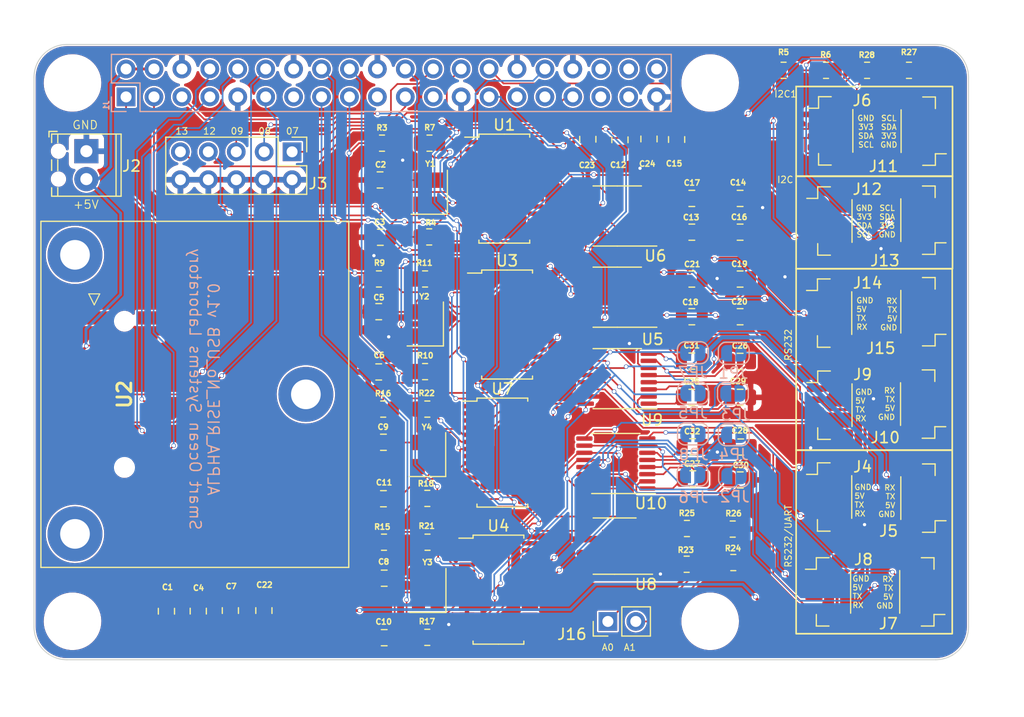
<source format=kicad_pcb>
(kicad_pcb (version 20221018) (generator pcbnew)
  (layers (0 "F.Cu" signal) (31 "B.Cu" signal) (34 "B.Paste" user) (35 "F.Paste" user) (36 "B.SilkS" user "B.Silkscreen") (37 "F.SilkS" user "F.Silkscreen") (38 "B.Mask" user) (39 "F.Mask" user) (44 "Edge.Cuts" user))
  (net 0 "")
  (net 1 "GND")
  (net 2 "SBC_3V3")
  (net 3 "SYNC_OUT")
  (net 4 "Net-(C2-Pad2)")
  (net 5 "5V")
  (net 6 "Net-(C14-Pad2)")
  (net 7 "Net-(C3-Pad2)")
  (net 9 "Net-(C5-Pad2)")
  (net 10 "Net-(C8-Pad2)")
  (net 17 "Net-(C6-Pad2)")
  (net 18 "Net-(C10-Pad2)")
  (net 19 "Net-(C11-Pad2)")
  (net 23 "Net-(C13-Pad1)")
  (net 24 "Net-(C13-Pad2)")
  (net 26 "Net-(C14-Pad1)")
  (net 27 "Net-(C16-Pad1)")
  (net 28 "Net-(C17-Pad1)")
  (net 29 "Net-(C9-Pad2)")
  (net 30 "Net-(C25-Pad1)")
  (net 31 "I2C_SDA")
  (net 32 "I2C_SCL")
  (net 33 "UART_TX0")
  (net 34 "UART_RX0")
  (net 35 "PPS_IN")
  (net 36 "PWM0")
  (net 37 "SERIAL_IRQ2")
  (net 38 "GPIO9")
  (net 39 "Net-(C25-Pad2)")
  (net 40 "GPIO8")
  (net 41 "GPIO7")
  (net 42 "Net-(C26-Pad1)")
  (net 43 "GPIO12")
  (net 44 "GPIO13")
  (net 45 "Net-(C18-Pad1)")
  (net 46 "Net-(C18-Pad2)")
  (net 47 "RS232_TX1")
  (net 48 "RS232_RX1")
  (net 49 "RS232_TX2")
  (net 50 "RS232_RX2")
  (net 51 "UART_TX4")
  (net 52 "Net-(C19-Pad1)")
  (net 53 "UART_RX4")
  (net 54 "UART_RX1")
  (net 55 "Net-(C26-Pad2)")
  (net 56 "UART_RX3")
  (net 57 "Net-(R9-Pad2)")
  (net 60 "UART_TX1")
  (net 68 "UART_TX2")
  (net 69 "UART_RX2")
  (net 74 "UART_TX3")
  (net 77 "VB")
  (net 96 "A0")
  (net 97 "A1")
  (net 98 "VB2")
  (net 99 "Net-(C19-Pad2)")
  (net 100 "Net-(C20-Pad1)")
  (net 101 "Net-(C21-Pad1)")
  (net 102 "RS232_TX3")
  (net 103 "RS232_RX3")
  (net 104 "RS232_TX4")
  (net 105 "RS232_RX4")
  (net 108 "Net-(C27-Pad1)")
  (net 109 "Net-(C27-Pad2)")
  (net 110 "Net-(C28-Pad1)")
  (net 111 "Net-(C28-Pad2)")
  (net 112 "Net-(C29-Pad1)")
  (net 113 "Net-(C30-Pad1)")
  (net 114 "Net-(C31-Pad1)")
  (net 115 "Net-(C32-Pad1)")
  (net 116 "SERIAL_IRQ4")
  (net 117 "SERIAL_IRQ1")
  (net 118 "SERIAL_IRQ3")
  (net 119 "I2C1_SDA")
  (net 120 "I2C1_SCL")
  (net 121 "RS232_TX5")
  (net 122 "RS232_RX5")
  (net 123 "RS232_TX6")
  (net 124 "RS232_RX6")
  (net 125 "RS232_TX7")
  (net 126 "RS232_RX7")
  (net 127 "RS232_TX8")
  (net 128 "RS232_RX8")
  (net 129 "Net-(R3-Pad2)")
  (net 130 "UART_RX5")
  (net 131 "UART_RX6")
  (net 132 "Net-(R15-Pad2)")
  (net 133 "Net-(R16-Pad2)")
  (net 134 "UART_RX7")
  (net 137 "UART_TX7")
  (net 145 "UART_TX8")
  (net 146 "UART_RX8")
  (net 151 "UART_TX5")
  (net 159 "UART_TX6")
  (footprint "Resistor_SMD:R_0805_2012Metric" (layer "F.Cu") (at 174.9025 122.6566 180)
    (fp_text reference "R24")
    (fp_text value "100k")
  )
  (footprint "Capacitor_SMD:C_0805_2012Metric" (layer "F.Cu") (at 171.131 96.8502)
    (fp_text reference "C21")
    (fp_text value "0.1uF")
  )
  (footprint "Connector_PinHeader_2.54mm:PinHeader_2x05_P2.54mm_Vertical" (layer "F.Cu") (at 134.7724 85.2678 -90)
    (fp_text reference "J3")
    (fp_text value "Conn_02x05_Odd_Even")
  )
  (footprint "Capacitor_SMD:C_0805_2012Metric" (layer "F.Cu") (at 143.0805 111.7074)
    (fp_text reference "C9")
    (fp_text value "22pF")
  )
  (footprint "Capacitor_SMD:C_0805_2012Metric" (layer "F.Cu") (at 129.159 127.0254 -90)
    (fp_text reference "C7")
    (fp_text value "0.1uF")
  )
  (footprint "Package_SO:TSSOP-16_4.4x5mm_P0.65mm" (layer "F.Cu") (at 164.3492 91.1098 180)
    (fp_text reference "U6")
    (fp_text value "MAX3232IPWR")
  )
  (footprint "Capacitor_SMD:C_0805_2012Metric" (layer "F.Cu") (at 123.3424 127.0864 -90)
    (fp_text reference "C1")
    (fp_text value "0.1uF")
  )
  (footprint "Capacitor_SMD:C_0805_2012Metric" (layer "F.Cu") (at 175.5252 107.6198)
    (fp_text reference "C29")
    (fp_text value "0.1uF")
  )
  (footprint "Crystal:Crystal_SMD_3225-4Pin_3.2x2.5mm" (layer "F.Cu") (at 147.2492 88.9508 90)
    (fp_text reference "Y1")
    (fp_text value "14.7456M")
  )
  (footprint "Capacitor_SMD:C_0805_2012Metric" (layer "F.Cu") (at 175.5404 115.1382)
    (fp_text reference "C30")
    (fp_text value "0.1uF")
  )
  (footprint "Capacitor_SMD:C_0805_2012Metric" (layer "F.Cu") (at 175.5252 96.8502)
    (fp_text reference "C19")
    (fp_text value "0.1uF")
  )
  (footprint "Package_SO:TSSOP-16_4.4x5mm_P0.65mm" (layer "F.Cu") (at 164.3492 98.5012 180)
    (fp_text reference "U5")
    (fp_text value "MAX3232IPWR")
  )
  (footprint "Resistor_SMD:R_0805_2012Metric" (layer "F.Cu") (at 142.9512 84.4804)
    (fp_text reference "R3")
    (fp_text value "1k")
  )
  (footprint "Capacitor_SMD:C_0805_2012Metric" (layer "F.Cu") (at 142.6518 105.3052)
    (fp_text reference "C6")
    (fp_text value "33pF")
  )
  (footprint "Resistor_SMD:R_0805_2012Metric" (layer "F.Cu") (at 147.2438 93.0148 180)
    (fp_text reference "R4")
    (fp_text value "1k")
  )
  (footprint "Resistor_SMD:R_0805_2012Metric" (layer "F.Cu") (at 142.6718 96.8424)
    (fp_text reference "R9")
    (fp_text value "1k")
  )
  (footprint "Capacitor_SMD:C_0805_2012Metric" (layer "F.Cu") (at 171.131 92.583 180)
    (fp_text reference "C13")
    (fp_text value "0.1uF")
  )
  (footprint "Connector_JST:JST_SH_BM04B-SRSS-TB_1x04-1MP_P1.00mm_Vertical" (layer "F.Cu") (at 192.0494 125.3236 90)
    (fp_text reference "J7")
    (fp_text value "RS232-1")
  )
  (footprint "Resistor_SMD:R_0805_2012Metric" (layer "F.Cu") (at 187.0729 77.851 180)
    (fp_text reference "R28")
    (fp_text value "4.7k")
  )
  (footprint "Capacitor_SMD:C_0805_2012Metric" (layer "F.Cu") (at 171.131 100.2792 180)
    (fp_text reference "C18")
    (fp_text value "0.1uF")
  )
  (footprint "Resistor_SMD:R_0805_2012Metric" (layer "F.Cu") (at 174.8517 119.6086)
    (fp_text reference "R26")
    (fp_text value "10K")
  )
  (footprint "Resistor_SMD:R_0805_2012Metric" (layer "F.Cu") (at 147.0914 120.8024)
    (fp_text reference "R21")
    (fp_text value "1M")
  )
  (footprint "Capacitor_SMD:C_0805_2012Metric" (layer "F.Cu") (at 175.5252 92.583)
    (fp_text reference "C16")
    (fp_text value "0.1uF")
  )
  (footprint "Resistor_SMD:R_0805_2012Metric" (layer "F.Cu") (at 143.1309 120.8024)
    (fp_text reference "R15")
    (fp_text value "1k")
  )
  (footprint "Capacitor_SMD:C_0805_2012Metric" (layer "F.Cu") (at 169.7482 84.1502 90)
    (fp_text reference "C15")
    (fp_text value "0.1uF")
  )
  (footprint "Connector_JST:JST_SH_BM04B-SRSS-TB_1x04-1MP_P1.00mm_Vertical" (layer "F.Cu") (at 192.1256 108.2294 90)
    (fp_text reference "J10")
    (fp_text value "RS485-2")
  )
  (footprint "Capacitor_SMD:C_0805_2012Metric" (layer "F.Cu") (at 142.7734 87.8308)
    (fp_text reference "C2")
    (fp_text value "22pF")
  )
  (footprint "Capacitor_SMD:C_0805_2012Metric" (layer "F.Cu") (at 171.131 89.5096)
    (fp_text reference "C17")
    (fp_text value "0.1uF")
  )
  (footprint "Resistor_SMD:R_0805_2012Metric" (layer "F.Cu") (at 146.8682 96.8424)
    (fp_text reference "R11")
    (fp_text value "1M")
  )
  (footprint "Package_SO:TSSOP-28_4.4x9.7mm_P0.65mm" (layer "F.Cu") (at 154.0764 88.6206)
    (fp_text reference "U1")
    (fp_text value "SC16IS752IPW")
  )
  (footprint "Connector_JST:JST_SH_BM04B-SRSS-TB_1x04-1MP_P1.00mm_Vertical" (layer "F.Cu") (at 192.1764 83.3882 90)
    (fp_text reference "J11")
    (fp_text value "I2C-3")
  )
  (footprint "Package_SO:TSSOP-16_4.4x5mm_P0.65mm" (layer "F.Cu") (at 164.2222 113.6396 180)
    (fp_text reference "U10")
    (fp_text value "MAX3232IPWR")
  )
  (footprint "Resistor_SMD:R_0805_2012Metric" (layer "F.Cu") (at 170.6626 122.809 180)
    (fp_text reference "R23")
    (fp_text value "100k")
  )
  (footprint "Capacitor_SMD:C_0805_2012Metric" (layer "F.Cu") (at 167.2336 84.0994 90)
    (fp_text reference "C24")
    (fp_text value "0.1uF")
  )
  (footprint "Connector_JST:JST_SH_BM04B-SRSS-TB_1x04-1MP_P1.00mm_Vertical" (layer "F.Cu") (at 192.151 91.4908 90)
    (fp_text reference "J13")
    (fp_text value "I2C-2")
  )
  (footprint "Resistor_SMD:R_0805_2012Metric" (layer "F.Cu") (at 183.3391 77.851 180)
    (fp_text reference "R6")
    (fp_text value "4.7k")
  )
  (footprint "Capacitor_SMD:C_0805_2012Metric" (layer "F.Cu") (at 175.5252 100.2792)
    (fp_text reference "C20")
    (fp_text value "0.1uF")
  )
  (footprint "Capacitor_SMD:C_0805_2012Metric" (layer "F.Cu") (at 126.238 127.0762 -90)
    (fp_text reference "C4")
    (fp_text value "0.1uF")
  )
  (footprint "Resistor_SMD:R_0805_2012Metric" (layer "F.Cu") (at 170.6861 119.5578)
    (fp_text reference "R25")
    (fp_text value "10K")
  )
  (footprint "MountingHole:MountingHole_2.7mm_M2.5" (layer "F.Cu") (at 172.8 128)
    (fp_text reference "MH4" hide)
    (fp_text value "MountingHole_2.7mm_M2.5" hide)
  )
  (footprint "Capacitor_SMD:C_0805_2012Metric" (layer "F.Cu") (at 132.207 127.0254 -90)
    (fp_text reference "C22")
    (fp_text value "0.1uF")
  )
  (footprint "Capacitor_SMD:C_0805_2012Metric" (layer "F.Cu") (at 142.6518 99.8196)
    (fp_text reference "C5")
    (fp_text value "22pF")
  )
  (footprint "Resistor_SMD:R_0805_2012Metric" (layer "F.Cu") (at 147.0737 108.6872)
    (fp_text reference "R22")
    (fp_text value "1M")
  )
  (footprint "project:MTi630" (layer "F.Cu") (at 119.5256 107.3455 90)
    (fp_text reference "U2")
    (fp_text value "MTi630" hide)
  )
  (footprint "Capacitor_SMD:C_0805_2012Metric" (layer "F.Cu") (at 171.197 112.1156)
    (fp_text reference "C32")
    (fp_text value "0.1uF")
  )
  (footprint "Capacitor_SMD:C_0805_2012Metric" (layer "F.Cu") (at 143.1509 124.079)
    (fp_text reference "C8")
    (fp_text value "22pF")
  )
  (footprint "Resistor_SMD:R_0805_2012Metric" (layer "F.Cu") (at 143.0605 108.6872)
    (fp_text reference "R16")
    (fp_text value "1k")
  )
  (footprint "Capacitor_SMD:C_0805_2012Metric" (layer "F.Cu") (at 164.592 84.1756 90)
    (fp_text reference "C12")
    (fp_text value "0.1uF")
  )
  (footprint "Resistor_SMD:R_0805_2012Metric" (layer "F.Cu") (at 146.8682 105.2752)
    (fp_text reference "R10")
    (fp_text value "1k")
  )
  (footprint "Capacitor_SMD:C_0805_2012Metric" (layer "F.Cu") (at 175.581 112.141)
    (fp_text reference "C28")
    (fp_text value "0.1uF")
  )
  (footprint "Connector_JST:JST_SH_BM04B-SRSS-TB_1x04-1MP_P1.00mm_Vertical" (layer "F.Cu") (at 183.6674 99.949 -90)
    (fp_text reference "J14")
    (fp_text value "RS232-1")
  )
  (footprint "Package_SO:TSSOP-28_4.4x9.7mm_P0.65mm" (layer "F.Cu") (at 154.3304 100.9904)
    (fp_text reference "U3")
    (fp_text value "SC16IS752IPW")
  )
  (footprint "Connector_JST:JST_SH_BM04B-SRSS-TB_1x04-1MP_P1.00mm_Vertical" (layer "F.Cu") (at 183.6928 108.331 -90)
    (fp_text reference "J9")
    (fp_text value "RS485-1")
  )
  (footprint "Capacitor_SMD:C_0805_2012Metric" (layer "F.Cu") (at 171.2224 115.0366 180)
    (fp_text reference "C27")
    (fp_text value "0.1uF")
  )
  (footprint "MountingHole:MountingHole_2.7mm_M2.5" (layer "F.Cu") (at 172.8 79)
    (fp_text reference "MH2" hide)
    (fp_text value "MountingHole_2.7mm_M2.5" hide)
  )
  (footprint "MountingHole:MountingHole_2.7mm_M2.5" (layer "F.Cu") (at 114.8 128)
    (fp_text reference "MH3" hide)
    (fp_text value "MountingHole_2.7mm_M2.5" hide)
  )
  (footprint "MountingHole:MountingHole_2.7mm_M2.5" (layer "F.Cu") (at 114.8 79)
    (fp_text reference "MH1" hide)
    (fp_text value "MountingHole_2.7mm_M2.5" hide)
  )
  (footprint "Crystal:Crystal_SMD_3225-4Pin_3.2x2.5mm" (layer "F.Cu") (at 147.1168 125.199 90)
    (fp_text reference "Y3")
    (fp_text value "14.7456M")
  )
  (footprint "Connector_JST:JST_SH_BM04B-SRSS-TB_1x04-1MP_P1.00mm_Vertical" (layer "F.Cu") (at 183.6928 91.567 -90)
    (fp_text reference "J12")
    (fp_text value "I2C-1")
  )
  (footprint "TerminalBlock_Phoenix:TerminalBlock_Phoenix_MPT-0,5-2-2.54_1x02_P2.54mm_Horizontal" (layer "F.Cu") (at 116.0602 85.2119 -90)
    (fp_text reference "J2")
    (fp_text value "Screw_Terminal_01x02")
  )
  (footprint "Package_SO:TSSOP-16_4.4x5mm_P0.65mm" (layer "F.Cu") (at 164.3492 105.918 180)
    (fp_text reference "U9")
    (fp_text value "MAX3232IPWR")
  )
  (footprint "Connector_JST:JST_SH_BM04B-SRSS-TB_1x04-1MP_P1.00mm_Vertical" (layer "F.Cu") (at 183.769 83.3628 -90)
    (fp_text reference "J6")
    (fp_text value "I2C-3")
  )
  (footprint "Capacitor_SMD:C_0805_2012Metric" (layer "F.Cu") (at 143.1509 129.4938)
    (fp_text reference "C10")
    (fp_text value "33pF")
  )
  (footprint "Package_SO:TSSOP-28_4.4x9.7mm_P0.65mm" (layer "F.Cu") (at 153.543 125.1204)
    (fp_text reference "U4")
    (fp_text value "SC16IS752IPW")
  )
  (footprint "Resistor_SMD:R_0805_2012Metric" (layer "F.Cu") (at 179.4783 77.851)
    (fp_text reference "R5")
    (fp_text value "4.7k")
  )
  (footprint "Resistor_SMD:R_0805_2012Metric" (layer "F.Cu") (at 190.8829 77.851)
    (fp_text reference "R27")
    (fp_text value "4.7k")
  )
  (footprint "Resistor_SMD:R_0805_2012Metric" (layer "F.Cu") (at 147.0679 129.4638)
    (fp_text reference "R17")
    (fp_text value "1k")
  )
  (footprint "Capacitor_SMD:C_0805_2012Metric" (layer "F.Cu") (at 175.5252 89.5096)
    (fp_text reference "C14")
    (fp_text value "0.1uF")
  )
  (footprint "Package_SO:SOIC-8-1EP_3.9x4.9mm_P1.27mm_EP2.29x3mm" (layer "F.Cu") (at 164.1094 121.158 180)
    (fp_text reference "U8")
    (fp_text value "MCP3422")
  )
  (footprint "Connector_JST:JST_SH_BM04B-SRSS-TB_1x04-1MP_P1.00mm_Vertical" (layer "F.Cu") (at 192.151 99.822 90)
    (fp_text reference "J15")
    (fp_text value "RS232-2")
  )
  (footprint "Capacitor_SMD:C_0805_2012Metric" (layer "F.Cu") (at 175.5252 104.3432)
    (fp_text reference "C26")
    (fp_text value "0.1uF")
  )
  (footprint "Capacitor_SMD:C_0805_2012Metric" (layer "F.Cu") (at 171.131 104.3178)
    (fp_text reference "C31")
    (fp_text value "0.1uF")
  )
  (footprint "Capacitor_SMD:C_0805_2012Metric" (layer "F.Cu") (at 171.131 107.6198 180)
    (fp_text reference "C25")
    (fp_text value "0.1uF")
  )
  (footprint "Connector_JST:JST_SH_BM04B-SRSS-TB_1x04-1MP_P1.00mm_Vertical" (layer "F.Cu") (at 192.151 116.7892 90)
    (fp_text reference "J5")
    (fp_text value "RS232-2")
  )
  (footprint "Capacitor_SMD:C_0805_2012Metric" (layer "F.Cu") (at 143.0805 116.8452)
    (fp_text reference "C11")
    (fp_text value "33pF")
  )
  (footprint "Resistor_SMD:R_0805_2012Metric" (layer "F.Cu") (at 147.2692 84.4804)
    (fp_text reference "R7")
    (fp_text value "1M")
  )
  (footprint "Package_SO:TSSOP-28_4.4x9.7mm_P0.65mm" (layer "F.Cu") (at 153.8986 112.649)
    (fp_text reference "U7")
    (fp_text value "SC16IS752IPW")
  )
  (footprint "Capacitor_SMD:C_0805_2012Metric" (layer "F.Cu") (at 161.671 84.1248 90)
    (fp_text reference "C23")
    (fp_text value "0.1uF")
  )
  (footprint "Connector_PinHeader_2.54mm:PinHeader_1x02_P2.54mm_Vertical" (layer "F.Cu") (at 163.4948 128.016 90)
    (fp_text reference "J16")
    (fp_text value "Conn_01x02_Male")
  )
  (footprint "Connector_JST:JST_SH_BM04B-SRSS-TB_1x04-1MP_P1.00mm_Vertical" (layer "F.Cu") (at 183.5658 125.3236 -90)
    (fp_text reference "J8")
    (fp_text value "RS232-2")
  )
  (footprint "Crystal:Crystal_SMD_3225-4Pin_3.2x2.5mm" (layer "F.Cu") (at 147.0937 112.8274 90)
    (fp_text reference "Y4")
    (fp_text value "14.7456M")
  )
  (footprint "Resistor_SMD:R_0805_2012Metric" (layer "F.Cu") (at 147.0737 116.8152 180)
    (fp_text reference "R18")
    (fp_text value "1k")
  )
  (footprint "Connector_JST:JST_SH_BM04B-SRSS-TB_1x04-1MP_P1.00mm_Vertical" (layer "F.Cu") (at 183.6674 116.6876 -90)
    (fp_text reference "J4")
    (fp_text value "RS232-1")
  )
  (footprint "Crystal:Crystal_SMD_3225-4Pin_3.2x2.5mm" (layer "F.Cu") (at 146.8882 100.9396 90)
    (fp_text reference "Y2")
    (fp_text value "14.7456M")
  )
  (footprint "Capacitor_SMD:C_0805_2012Metric" (layer "F.Cu") (at 142.7988 93.0448)
    (fp_text reference "C3")
    (fp_text value "33pF")
  )
  (footprint "Jumper:SolderJumper-2_P1.3mm_Open_RoundedPad1.0x1.5mm" (layer "B.Cu") (at 174.9448 111.0234)
    (fp_text reference "JP4")
    (fp_text value "SolderJumper_2_Open" hide)
  )
  (footprint "Jumper:SolderJumper-2_P1.3mm_Open_RoundedPad1.0x1.5mm" (layer "B.Cu") (at 171.2318 110.9472 180)
    (fp_text reference "JP8")
    (fp_text value "SolderJumper_2_Open" hide)
  )
  (footprint "Jumper:SolderJumper-2_P1.3mm_Open_RoundedPad1.0x1.5mm" (layer "B.Cu") (at 171.2364 107.2388)
    (fp_text reference "JP5")
    (fp_text value "SolderJumper_2_Open" hide)
  )
  (footprint "Connector_PinSocket_2.54mm:PinSocket_2x20_P2.54mm_Vertical" (layer "B.Cu") (at 119.67 80.27 -90)
    (fp_text reference "J1")
    (fp_text value "OX40HAT")
  )
  (footprint "Jumper:SolderJumper-2_P1.3mm_Open_RoundedPad1.0x1.5mm" (layer "B.Cu") (at 174.8686 107.2642 180)
    (fp_text reference "JP3")
    (fp_text value "SolderJumper_2_Open" hide)
  )
  (footprint "Jumper:SolderJumper-2_P1.3mm_Open_RoundedPad1.0x1.5mm" (layer "B.Cu") (at 171.2214 103.5558)
    (fp_text reference "JP7")
    (fp_text value "SolderJumper_2_Open" hide)
  )
  (footprint "Jumper:SolderJumper-2_P1.3mm_Open_RoundedPad1.0x1.5mm" (layer "B.Cu") (at 174.9448 103.6066)
    (fp_text reference "JP1")
    (fp_text value "SolderJumper_2_Open" hide)
  )
  (footprint "Jumper:SolderJumper-2_P1.3mm_Open_RoundedPad1.0x1.5mm" (layer "B.Cu") (at 174.9702 114.7826 180)
    (fp_text reference "JP2")
    (fp_text value "SolderJumper_2_Open" hide)
  )
  (footprint "Jumper:SolderJumper-2_P1.3mm_Open_RoundedPad1.0x1.5mm" (layer "B.Cu") (at 171.2064 114.681)
    (fp_text reference "JP6")
    (fp_text value "SolderJumper_2_Open" hide)
  )
  (gr_rect (start 180.6194 95.9104) (end 194.818 112.4204) (stroke (width 0.15)) (fill none) (layer "F.SilkS"))
  (gr_rect (start 180.6194 87.503) (end 194.8434 95.9104) (stroke (width 0.15)) (fill none) (layer "F.SilkS"))
  (gr_rect (start 180.6194 79.3242) (end 194.8434 87.4776) (stroke (width 0.15)) (fill none) (layer "F.SilkS"))
  (gr_rect (start 180.6194 112.4204) (end 194.818 129.1336) (stroke (width 0.15)) (fill none) (layer "F.SilkS"))
  (gr_line (start 196.3 128.5) (end 196.3 78.5) (stroke (width 0.1)) (layer "Edge.Cuts"))
  (gr_line (start 111.3 78.5) (end 111.3 128.5) (stroke (width 0.1)) (layer "Edge.Cuts"))
  (gr_arc (start 193.3 75.5) (mid 195.42132 76.37868) (end 196.3 78.5) (stroke (width 0.1)) (layer "Edge.Cuts"))
  (gr_line (start 114.3 131.5) (end 193.3 131.5) (stroke (width 0.1)) (layer "Edge.Cuts"))
  (gr_line (start 193.3 75.5) (end 114.3 75.5) (stroke (width 0.1)) (layer "Edge.Cuts"))
  (gr_arc (start 196.3 128.5) (mid 195.42132 130.62132) (end 193.3 131.5) (stroke (width 0.1)) (layer "Edge.Cuts"))
  (gr_arc (start 111.3 78.5) (mid 112.17868 76.37868) (end 114.3 75.5) (stroke (width 0.1)) (layer "Edge.Cuts"))
  (gr_arc (start 114.3 131.5) (mid 112.17868 130.62132) (end 111.3 128.5) (stroke (width 0.1)) (layer "Edge.Cuts"))
  (gr_text "ALPHA_RISE_No_USB v1.0\nSmart Ocean Systems Laboratory\n" (at 126.775007 106.874996 270) (layer "B.SilkS") (effects (font (size 1.016 1.016) (thickness 0.127)) (justify mirror)))
  (gr_text "A0  A1" (at 164.4904 130.3782) (layer "F.SilkS") (effects (font (size 0.6 0.6) (thickness 0.09))))
  (gr_text "GND" (at 115.951 82.8294) (layer "F.SilkS") (effects (font (size 0.762 0.762) (thickness 0.09))))
  (gr_text "RS232/UART" (at 179.9082 120.2436 90) (layer "F.SilkS") (effects (font (size 0.6 0.6) (thickness 0.09))))
  (gr_text "GND\n5V\nTX	\nRX\n\n\n" (at 186.055 100.8126) (layer "F.SilkS") (effects (font (size 0.5 0.5) (thickness 0.09)) (justify left)))
  (gr_text "RS232" (at 179.9082 102.8446 90) (layer "F.SilkS") (effects (font (size 0.6 0.6) (thickness 0.09))))
  (gr_text "GND\n3V3\nSDA\nSCL\n\n" (at 186.817 91.9988) (layer "F.SilkS") (effects (font (size 0.5 0.5) (thickness 0.09))))
  (gr_text "GND\n5V\nTX	\nRX\n\n\n" (at 185.8772 117.8052) (layer "F.SilkS") (effects (font (size 0.5 0.5) (thickness 0.09)) (justify left)))
  (gr_text "RX\nTX\n5V\nGND\n\n" (at 189.6872 117.4496) (layer "F.SilkS") (effects (font (size 0.5 0.5) (thickness 0.09)) (justify right)))
  (gr_text "SCL\nSDA\n3V3\nGND\n\n" (at 188.8998 91.9988) (layer "F.SilkS") (effects (font (size 0.5 0.5) (thickness 0.09))))
  (gr_text "I2C1" (at 179.6542 80.01) (layer "F.SilkS") (effects (font (size 0.6 0.6) (thickness 0.09))))
  (gr_text "RX\nTX\n5V\nGND\n\n" (at 189.865 100.457) (layer "F.SilkS") (effects (font (size 0.5 0.5) (thickness 0.09)) (justify right)))
  (gr_text "RX\nTX\n5V\nGND\n\n" (at 189.5094 125.7808) (layer "F.SilkS") (effects (font (size 0.5 0.5) (thickness 0.09)) (justify right)))
  (gr_text "RX\nTX\n5V\nGND\n\n" (at 189.6618 108.6104) (layer "F.SilkS") (effects (font (size 0.5 0.5) (thickness 0.09)) (justify right)))
  (gr_text "13   12   09   08   07\n" (at 129.7686 83.3882) (layer "F.SilkS") (effects (font (size 0.6 0.6) (thickness 0.09))))
  (gr_text "+5V" (at 116.0272 90.0684) (layer "F.SilkS") (effects (font (size 0.762 0.762) (thickness 0.09))))
  (gr_text "GND\n5V\nTX	\nRX\n\n\n" (at 185.6994 126.1364) (layer "F.SilkS") (effects (font (size 0.5 0.5) (thickness 0.09)) (justify left)))
  (gr_text "GND\n3V3\nSDA\nSCL\n\n" (at 186.9694 83.82) (layer "F.SilkS") (effects (font (size 0.5 0.5) (thickness 0.09))))
  (gr_text "SCL\nSDA\n3V3\nGND\n\n" (at 189.0522 83.82) (layer "F.SilkS") (effects (font (size 0.5 0.5) (thickness 0.09))))
  (gr_text "I2C" (at 179.6288 87.8078) (layer "F.SilkS") (effects (font (size 0.6 0.6) (thickness 0.09))))
  (gr_text "GND\n5V\nTX	\nRX\n\n\n" (at 185.9534 109.1438) (layer "F.SilkS") (effects (font (size 0.5 0.5) (thickness 0.09)) (justify left)))
  (via (at 187.6552 107.7468) (size 0.4) (drill 0.3) (layers "F.Cu" "B.Cu") (net 1))
  (via (at 166.4208 86.7664) (size 0.4) (drill 0.3) (layers "F.Cu" "B.Cu") (net 1))
  (via (at 177.5714 90.3478) (size 0.4) (drill 0.3) (layers "F.Cu" "B.Cu") (net 1))
  (via (at 186.8424 119.2022) (size 0.4) (drill 0.3) (layers "F.Cu" "B.Cu") (net 1))
  (via (at 181.9402 112.2172) (size 0.4) (drill 0.3) (layers "F.Cu" "B.Cu") (net 1))
  (via (at 142.2146 94.7166) (size 0.4) (drill 0.3) (layers "F.Cu" "B.Cu") (net 1))
  (via (at 144.8308 86.0298) (size 0.4) (drill 0.3) (layers "F.Cu" "B.Cu") (net 1))
  (via (at 149.0218 128.2954) (size 0.4) (drill 0.3) (layers "F.Cu" "B.Cu") (net 1))
  (via (at 165.4556 102.7176) (size 0.4) (drill 0.3) (layers "F.Cu" "B.Cu") (net 1))
  (via (at 179.6034 96.647) (size 0.4) (drill 0.3) (layers "F.Cu" "B.Cu") (net 1))
  (via (at 173.4312 96.7994) (size 0.4) (drill 0.3) (layers "F.Cu" "B.Cu") (net 1))
  (via (at 188.341 94.0816) (size 0.4) (drill 0.3) (layers "F.Cu" "B.Cu") (net 1))
  (via (at 168.275 123.698) (size 0.4) (drill 0.3) (layers "F.Cu" "B.Cu") (net 1))
  (via (at 173.4566 112.5982) (size 0.4) (drill 0.3) (layers "F.Cu" "B.Cu") (net 1))
  (via (at 143.5608 102.108) (size 0.4) (drill 0.3) (layers "F.Cu" "B.Cu") (net 1))
  (segment (start 150.4797 113.624) (end 151.0361 113.624) (width 0.1524) (layer "F.Cu") (net 2))
  (segment (start 191.7753 77.8711) (end 191.7753 78.7808) (width 0.1524) (layer "F.Cu") (net 2))
  (segment (start 140.8684 84.4804) (end 142.0387 84.4804) (width 0.1524) (layer "F.Cu") (net 2))
  (segment (start 160.947 94.6435) (end 143.887826 94.6435) (width 0.1524) (layer "F.Cu") (net 2))
  (segment (start 150.0532 114.5965) (end 150.0532 114.0505) (width 0.1524) (layer "F.Cu") (net 2))
  (segment (start 161.4867 94.1038) (end 161.6479 94.1038) (width 0.1524) (layer "F.Cu") (net 2))
  (segment (start 182.8207 82.8628) (end 182.444 82.8628) (width 0.1524) (layer "F.Cu") (net 2))
  (segment (start 151.4679 102.6154) (end 150.4405 102.6154) (width 0.1524) (layer "F.Cu") (net 2))
  (segment (start 157.731631 108.193) (end 157.260031 107.7214) (width 0.1524) (layer "F.Cu") (net 2))
  (segment (start 182.1193 83.1875) (end 182.444 82.8628) (width 0.1524) (layer "F.Cu") (net 2))
  (segment (start 167.8232 119.591) (end 167.8232 118.9584) (width 0.1524) (layer "F.Cu") (net 2))
  (segment (start 186.1138 91.067) (end 186.0804 91.0336) (width 0.1524) (layer "F.Cu") (net 2))
  (segment (start 142.6518 103.6266) (end 142.6518 105.8699) (width 0.1524) (layer "F.Cu") (net 2))
  (segment (start 169.7482 83.1875) (end 169.7482 83.2002) (width 0.1524) (layer "F.Cu") (net 2))
  (segment (start 169.7482 83.1875) (end 182.1193 83.1875) (width 0.1524) (layer "F.Cu") (net 2))
  (segment (start 150.0564 126.0954) (end 150.6805 126.0954) (width 0.1524) (layer "F.Cu") (net 2))
  (segment (start 140.9351 97.6666) (end 140.9351 101.9099) (width 0.1524) (layer "F.Cu") (net 2))
  (segment (start 167.2082 83.2002) (end 167.2336 83.1748) (width 0.1524) (layer "F.Cu") (net 2))
  (segment (start 169.7355 83.1748) (end 169.7482 83.1875) (width 0.1524) (layer "F.Cu") (net 2))
  (segment (start 140.9351 101.9099) (end 142.6518 103.6266) (width 0.1524) (layer "F.Cu") (net 2))
  (segment (start 143.0778 107.7574) (end 142.148 108.6872) (width 0.1524) (layer "F.Cu") (net 2))
  (segment (start 187.325 92.2782) (end 186.1138 91.067) (width 0.1524) (layer "F.Cu") (net 2))
  (segment (start 161.4867 108.193) (end 157.731631 108.193) (width 0.1524) (layer "F.Cu") (net 2))
  (segment (start 150.0532 114.5965) (end 149.6131 115.0366) (width 0.1524) (layer "F.Cu") (net 2))
  (segment (start 141.7593 96.2971) (end 142.234226 96.2971) (width 0.1524) (layer "F.Cu") (net 2))
  (segment (start 151.2139 89.5956) (end 151.2139 88.9456) (width 0.1524) (layer "F.Cu") (net 2))
  (segment (start 191.7954 77.851) (end 191.7753 77.8711) (width 0.1524) (layer "F.Cu") (net 2))
  (segment (start 163.2912 83.2002) (end 163.2658 83.1748) (width 0.1524) (layer "F.Cu") (net 2))
  (segment (start 143.0778 106.2959) (end 143.0778 107.7574) (width 0.1524) (layer "F.Cu") (net 2))
  (segment (start 152.837 125.4454) (end 150.6805 125.4454) (width 0.1524) (layer "F.Cu") (net 2))
  (segment (start 150.4405 102.6154) (end 147.7807 105.2752) (width 0.1524) (layer "F.Cu") (net 2))
  (segment (start 182.4012 91.0336) (end 182.3678 91.067) (width 0.1524) (layer "F.Cu") (net 2))
  (segment (start 143.382963 95.148363) (end 145.516526 93.0148) (width 0.1524) (layer "F.Cu") (net 2))
  (segment (start 191.7753 78.7808) (end 194.545 81.5505) (width 0.1524) (layer "F.Cu") (net 2))
  (segment (start 123.3424 126.1364) (end 123.3526 126.1262) (width 0.1524) (layer "F.Cu") (net 2))
  (segment (start 187.1726 86.0298) (end 189.3142 83.8882) (width 0.1524) (layer "F.Cu") (net 2))
  (segment (start 194.545 83.1936) (end 193.8504 83.8882) (width 0.1524) (layer "F.Cu") (net 2))
  (segment (start 147.9804 128.1714) (end 150.0564 126.0954) (width 0.1524) (layer "F.Cu") (net 2))
  (segment (start 142.2184 120.2652) (end 144.1059 118.3777) (width 0.1524) (layer "F.Cu") (net 2))
  (segment (start 150.0532 114.0505) (end 150.4797 113.624) (width 0.1524) (layer "F.Cu") (net 2))
  (segment (start 183.4522 82.2313) (end 182.8207 82.8628) (width 0.1524) (layer "F.Cu") (net 2))
  (segment (start 142.148 108.6872) (end 143.1036 109.6428) (width 0.1524) (layer "F.Cu") (net 2))
  (segment (start 161.4867 108.7591) (end 161.4867 108.193) (width 0.1524) (layer "F.Cu") (net 2))
  (segment (start 151.2139 90.8956) (end 151.2139 90.2456) (width 0.1524) (layer "F.Cu") (net 2))
  (segment (start 147.3708 115.0366) (end 146.1612 116.2462) (width 0.1524) (layer "F.Cu") (net 2))
  (segment (start 162.7742 100.7762) (end 161.4867 100.7762) (width 0.1524) (layer "F.Cu") (net 2))
  (segment (start 163.2204 100.33) (end 162.7742 100.7762) (width 0.1524) (layer "F.Cu") (net 2))
  (segment (start 152.9588 111.9632) (end 151.948 112.974) (width 0.1524) (layer "F.Cu") (net 2))
  (segment (start 164.592 83.2002) (end 167.2082 83.2002) (width 0.1524) (layer "F.Cu") (net 2))
  (segment (start 141.7593 96.2971) (end 141.7593 96.8424) (width 0.1524) (layer "F.Cu") (net 2))
  (segment (start 161.3597 115.9146) (end 160.7025 115.9146) (width 0.1524) (layer "F.Cu") (net 2))
  (segment (start 182.4266 77.851) (end 183.4522 78.8766) (width 0.1524) (layer "F.Cu") (net 2))
  (segment (start 148.8846 90.8956) (end 146.7654 93.0148) (width 0.1524) (layer "F.Cu") (net 2))
  (segment (start 132.207 126.0754) (end 132.6364 125.646) (width 0.1524) (layer "F.Cu") (net 2))
  (segment (start 187.3783 76.5414) (end 190.4858 76.5414) (width 0.1524) (layer "F.Cu") (net 2))
  (segment (start 119.67 88.7836) (end 127.1835 96.2971) (width 0.1524) (layer "F.Cu") (net 2))
  (segment (start 132.207 126.0754) (end 129.159 126.0754) (width 0.1524) (layer "F.Cu") (net 2))
  (segment (start 149.6131 115.0366) (end 147.3708 115.0366) (width 0.1524) (layer "F.Cu") (net 2))
  (segment (start 151.0361 113.624) (end 151.0361 112.974) (width 0.1524) (layer "F.Cu") (net 2))
  (segment (start 164.592 83.2002) (end 164.592 83.2256) (width 0.1524) (layer "F.Cu") (net 2))
  (segment (start 189.3142 83.8882) (end 193.5014 83.8882) (width 0.1524) (layer "F.Cu") (net 2))
  (segment (start 151.4679 101.9654) (end 151.4679 101.3154) (width 0.1524) (layer "F.Cu") (net 2))
  (segment (start 137.3748 125.646) (end 142.2184 120.8024) (width 0.1524) (layer "F.Cu") (net 2))
  (segment (start 163.2658 83.1748) (end 161.671 83.1748) (width 0.1524) (layer "F.Cu") (net 2))
  (segment (start 180.3908 77.851) (end 182.4266 77.851) (width 0.1524) (layer "F.Cu") (net 2))
  (segment (start 183.4522 78.8766) (end 185.1348 78.8766) (width 0.1524) (layer "F.Cu") (net 2))
  (segment (start 151.2139 90.2456) (end 151.2139 89.5956) (width 0.1524) (layer "F.Cu") (net 2))
  (segment (start 166.8912 120.523) (end 167.8232 119.591) (width 0.1524) (layer "F.Cu") (net 2))
  (segment (start 119.67 80.27) (end 119.67 88.7836) (width 0.1524) (layer "F.Cu") (net 2))
  (segment (start 129.1082 126.1262) (end 129.159 126.0754) (width 0.1524) (layer "F.Cu") (net 2))
  (segment (start 186.1604 77.7593) (end 187.3783 76.5414) (width 0.1524) (layer "F.Cu") (net 2))
  (segment (start 152.9588 110.4646) (end 152.9588 111.9632) (width 0.1524) (layer "F.Cu") (net 2))
  (segment (start 151.0361 114.924) (end 150.3807 114.924) (width 0.1524) (layer "F.Cu") (net 2))
  (segment (start 143.1036 117.3736) (end 144.1077 118.3777) (width 0.1524) (layer "F.Cu") (net 2))
  (segment (start 187.1726 91.0336) (end 187.1726 86.0298) (width 0.1524) (layer "F.Cu") (net 2))
  (segment (start 144.1059 118.3777) (end 144.1077 118.3777) (width 0.1524) (layer "F.Cu") (net 2))
  (segment (start 167.8232 118.9584) (end 164.7794 115.9146) (width 0.1524) (layer "F.Cu") (net 2))
  (segment (start 157.260031 107.7214) (end 155.702 107.7214) (width 0.1524) (layer "F.Cu") (net 2))
  (segment (start 142.234226 96.2971) (end 143.382963 95.148363) (width 0.1524) (layer "F.Cu") (net 2))
  (segment (start 147.9804 129.4638) (end 147.9804 128.1714) (width 0.1524) (layer "F.Cu") (net 2))
  (segment (start 127.1835 96.2971) (end 140.4804 96.2971) (width 0.1524) (layer "F.Cu") (net 2))
  (segment (start 139.954 85.3948) (end 140.8684 84.4804) (width 0.1524) (layer "F.Cu") (net 2))
  (segment (start 186.1604 77.851) (end 186.1604 77.7593) (width 0.1524) (layer "F.Cu") (net 2))
  (segment (start 142.6518 105.8699) (end 143.0778 106.2959) (width 0.1524) (layer "F.Cu") (net 2))
  (segment (start 185.1348 78.8766) (end 186.1604 77.851) (width 0.1524) (layer "F.Cu") (net 2))
  (segment (start 190.4858 76.5414) (end 191.7954 77.851) (width 0.1524) (layer "F.Cu") (net 2))
  (segment (start 183.4522 78.8766) (end 183.4522 82.2313) (width 0.1524) (layer "F.Cu") (net 2))
  (segment (start 126.238 126.1262) (end 129.1082 126.1262) (width 0.1524) (layer "F.Cu") (net 2))
  (segment (start 151.4679 102.6154) (end 151.4679 101.9654) (width 0.1524) (layer "F.Cu") (net 2))
  (segment (start 187.1726 91.0336) (end 186.1472 91.0336) (width 0.1524) (layer "F.Cu") (net 2))
  (segment (start 150.3807 114.924) (end 150.0532 114.5965) (width 0.1524) (layer "F.Cu") (net 2))
  (segment (start 186.0804 91.0336) (end 182.4012 91.0336) (width 0.1524) (layer "F.Cu") (net 2))
  (segment (start 186.1472 91.0336) (end 186.1138 91.067) (width 0.1524) (layer "F.Cu") (net 2))
  (segment (start 151.2139 90.8956) (end 148.8846 90.8956) (width 0.1524) (layer "F.Cu") (net 2))
  (segment (start 155.702 107.7214) (end 152.9588 110.4646) (width 0.1524) (layer "F.Cu") (net 2))
  (segment (start 143.0778 106.2959) (end 146.76 106.2959) (width 0.1524) (layer "F.Cu") (net 2))
  (segment (start 146.7654 93.0148) (end 146.3313 93.0148) (width 0.1524) (layer "F.Cu") (net 2))
  (segment (start 143.1036 109.6428) (end 143.1036 117.3736) (width 0.1524) (layer "F.Cu") (net 2))
  (segment (start 143.887826 94.6435) (end 143.382963 95.148363) (width 0.1524) (layer "F.Cu") (net 2))
  (segment (start 140.4804 96.2971) (end 141.7593 96.2971) (width 0.1524) (layer "F.Cu") (net 2))
  (segment (start 163.2912 83.2002) (end 164.592 83.2002) (width 0.1524) (layer "F.Cu") (net 2))
  (segment (start 146.76 106.2959) (end 147.7807 105.2752) (width 0.1524) (layer "F.Cu") (net 2))
  (segment (start 153.7462 124.5362) (end 152.837 125.4454) (width 0.1524) (layer "F.Cu") (net 2))
  (segment (start 145.516526 93.0148) (end 146.3313 93.0148) (width 0.1524) (layer "F.Cu") (net 2))
  (segment (start 193.8504 83.8882) (end 193.5014 83.8882) (width 0.1524) (layer "F.Cu") (net 2))
  (segment (start 193.476 91.9908) (end 193.1886 92.2782) (width 0.1524) (layer "F.Cu") (net 2))
  (segment (start 132.6364 125.646) (end 137.3748 125.646) (width 0.1524) (layer "F.Cu") (net 2))
  (segment (start 164.7794 115.9146) (end 161.3597 115.9146) (width 0.1524) (layer "F.Cu") (net 2))
  (segment (start 144.1077 118.3777) (end 144.5987 118.3777) (width 0.1524) (layer "F.Cu") (net 2))
  (segment (start 150.6805 126.0954) (end 150.6805 125.4454) (width 0.1524) (layer "F.Cu") (net 2))
  (segment (start 146.1612 116.2462) (end 146.1612 116.8152) (width 0.1524) (layer "F.Cu") (net 2))
  (segment (start 161.4867 94.1038) (end 161.4867 93.3848) (width 0.1524) (layer "F.Cu") (net 2))
  (segment (start 142.2184 120.8024) (end 142.2184 120.2652) (width 0.1524) (layer "F.Cu") (net 2))
  (segment (start 167.2336 83.1748) (end 167.2336 83.1494) (width 0.1524) (layer "F.Cu") (net 2))
  (segment (start 167.2336 83.1748) (end 169.7355 83.1748) (width 0.1524) (layer "F.Cu") (net 2))
  (segment (start 151.948 112.974) (end 151.0361 112.974) (width 0.1524) (layer "F.Cu") (net 2))
  (segment (start 194.545 81.5505) (end 194.545 83.1936) (width 0.1524) (layer "F.Cu") (net 2))
  (segment (start 166.5844 120.523) (end 166.8912 120.523) (width 0.1524) (layer "F.Cu") (net 2))
  (segment (start 141.7593 96.8424) (end 140.9351 97.6666) (width 0.1524) (layer "F.Cu") (net 2))
  (segment (start 160.7025 115.9146) (end 159.8043 115.0164) (width 0.1524) (layer "F.Cu") (net 2))
  (segment (start 193.1886 92.2782) (end 187.325 92.2782) (width 0.1524) (layer "F.Cu") (net 2))
  (segment (start 161.4867 94.1038) (end 160.947 94.6435) (width 0.1524) (layer "F.Cu") (net 2))
  (segment (start 144.5987 118.3777) (end 146.1612 116.8152) (width 0.1524) (layer "F.Cu") (net 2))
  (segment (start 123.3526 126.1262) (end 126.238 126.1262) (width 0.1524) (layer "F.Cu") (net 2))
  (via (at 153.7462 124.5362) (size 0.4) (drill 0.3) (layers "F.Cu" "B.Cu") (net 2))
  (via (at 159.8043 115.0164) (size 0.4) (drill 0.3) (layers "F.Cu" "B.Cu") (net 2))
  (via (at 163.2204 100.33) (size 0.4) (drill 0.3) (layers "F.Cu" "B.Cu") (net 2))
  (via (at 139.954 85.3948) (size 0.4) (drill 0.3) (layers "F.Cu" "B.Cu") (net 2))
  (via (at 161.4867 108.7591) (size 0.4) (drill 0.3) (layers "F.Cu" "B.Cu") (net 2))
  (via (at 163.2912 83.2002) (size 0.4) (drill 0.3) (layers "F.Cu" "B.Cu") (net 2))
  (via (at 140.4804 96.2971) (size 0.4) (drill 0.3) (layers "F.Cu" "B.Cu") (net 2))
  (via (at 161.6479 94.1038) (size 0.4) (drill 0.3) (layers "F.Cu" "B.Cu") (net 2))
  (segment (start 159.8043 110.4415) (end 159.8043 115.0164) (width 0.1524) (layer "B.Cu") (net 2))
  (segment (start 161.4867 108.7591) (end 159.8043 110.4415) (width 0.1524) (layer "B.Cu") (net 2))
  (segment (start 165.1508 85.0598) (end 165.1508 90.7094) (width 0.1524) (layer "B.Cu") (net 2))
  (segment (start 161.7564 94.1038) (end 161.6479 94.1038) (width 0.1524) (layer "B.Cu") (net 2))
  (segment (start 139.954 85.3948) (end 139.9373 85.4115) (width 0.1524) (layer "B.Cu") (net 2))
  (segment (start 139.954 85.3948) (end 139.99 85.3588) (width 0.1524) (layer "B.Cu") (net 2))
  (segment (start 163.2204 100.33) (end 163.2458 100.3046) (width 0.1524) (layer "B.Cu") (net 2))
  (segment (start 163.2458 95.7017) (end 161.6479 94.1038) (width 0.1524) (layer "B.Cu") (net 2))
  (segment (start 165.1508 90.7094) (end 161.7564 94.1038) (width 0.1524) (layer "B.Cu") (net 2))
  (segment (start 159.8043 117.7363) (end 159.8043 115.0164) (width 0.1524) (layer "B.Cu") (net 2))
  (segment (start 139.99 85.3588) (end 139.99 80.27) (width 0.1524) (layer "B.Cu") (net 2))
  (segment (start 153.7462 124.5362) (end 153.7462 123.7944) (width 0.1524) (layer "B.Cu") (net 2))
  (segment (start 163.2912 83.2002) (end 165.1508 85.0598) (width 0.1524) (layer "B.Cu") (net 2))
  (segment (start 153.7462 123.7944) (end 159.8043 117.7363) (width 0.1524) (layer "B.Cu") (net 2))
  (segment (start 139.9373 95.754) (end 140.4804 96.2971) (width 0.1524) (layer "B.Cu") (net 2))
  (segment (start 163.2458 100.3046) (end 163.2458 95.7017) (width 0.1524) (layer "B.Cu") (net 2))
  (segment (start 139.9373 85.4115) (end 139.9373 95.754) (width 0.1524) (layer "B.Cu") (net 2))
  (segment (start 117.4043 110.5205) (end 116.7756 110.5205) (width 0.1524) (layer "F.Cu") (net 3))
  (segment (start 128.3716 105.6386) (end 124.1184 109.8918) (width 0.1524) (layer "F.Cu") (net 3))
  (segment (start 124.1184 109.8918) (end 118.033 109.8918) (width 0.1524) (layer "F.Cu") (net 3))
  (segment (start 118.033 109.8918) (end 117.4043 110.5205) (width 0.1524) (layer "F.Cu") (net 3))
  (via (at 128.3716 105.6386) (size 0.4) (drill 0.3) (layers "F.Cu" "B.Cu") (net 3))
  (segment (start 133.3482 82.3269) (end 132.37 81.3487) (width 0.1524) (layer "B.Cu") (net 3))
  (segment (start 133.3482 100.662) (end 133.3482 82.3269) (width 0.1524) (layer "B.Cu") (net 3))
  (segment (start 128.3716 105.6386) (end 133.3482 100.662) (width 0.1524) (layer "B.Cu") (net 3))
  (segment (start 132.37 81.3487) (end 132.37 80.27) (width 0.1524) (layer "B.Cu") (net 3))
  (segment (start 150.662369 87.6456) (end 149.80968 86.792911) (width 0.1524) (layer "F.Cu") (net 4))
  (segment (start 143.7234 87.8308) (end 145.5505 87.8308) (width 0.1524) (layer "F.Cu") (net 4))
  (segment (start 151.2139 87.6456) (end 150.662369 87.6456) (width 0.1524) (layer "F.Cu") (net 4))
  (segment (start 147.6775 85.8012) (end 146.3567 84.4804) (width 0.1524) (layer "F.Cu") (net 4))
  (segment (start 149.80968 86.00488) (end 149.606 85.8012) (width 0.1524) (layer "F.Cu") (net 4))
  (segment (start 146.3992 87.8508) (end 145.5705 87.8508) (width 0.1524) (layer "F.Cu") (net 4))
  (segment (start 145.5505 87.8308) (end 145.5705 87.8508) (width 0.1524) (layer "F.Cu") (net 4))
  (segment (start 149.80968 86.792911) (end 149.80968 86.00488) (width 0.1524) (layer "F.Cu") (net 4))
  (segment (start 146.4056 87.8444) (end 146.4056 84.5293) (width 0.1524) (layer "F.Cu") (net 4))
  (segment (start 146.4056 84.5293) (end 146.3567 84.4804) (width 0.1524) (layer "F.Cu") (net 4))
  (segment (start 146.3992 87.8508) (end 146.4056 87.8444) (width 0.1524) (layer "F.Cu") (net 4))
  (segment (start 149.606 85.8012) (end 147.6775 85.8012) (width 0.1524) (layer "F.Cu") (net 4))
  (segment (start 187.0964 124.714) (end 188.5188 126.1364) (width 0.254) (layer "F.Cu") (net 5))
  (segment (start 186.8852 115.5526) (end 186.8852 108.7294) (width 0.254) (layer "F.Cu") (net 5))
  (segment (start 194.6402 103.9712) (end 192.4273 101.7583) (width 0.254) (layer "F.Cu") (net 5))
  (segment (start 119.444084 119.545684) (end 119.444084 127.140284) (width 0.254) (layer "F.Cu") (net 5))
  (segment (start 119.444084 127.140284) (end 122.682 130.3782) (width 0.254) (layer "F.Cu") (net 5))
  (segment (start 176.911 125.8316) (end 179.2224 128.143) (width 0.254) (layer "F.Cu") (net 5))
  (segment (start 182.704892 99.449001) (end 183.497601 99.449001) (width 0.254) (layer "F.Cu") (net 5))
  (segment (start 114.7572 114.8588) (end 119.444084 119.545684) (width 0.254) (layer "F.Cu") (net 5))
  (segment (start 193.4506 108.7294) (end 194.1148 108.7294) (width 0.254) (layer "F.Cu") (net 5))
  (segment (start 183.647784 108.7294) (end 186.8852 108.7294) (width 0.254) (layer "F.Cu") (net 5))
  (segment (start 136.6266 130.3782) (end 139.9794 127.0254) (width 0.254) (layer "F.Cu") (net 5))
  (segment (start 176.911 125.7808) (end 176.911 125.8316) (width 0.1524) (layer "F.Cu") (net 5))
  (segment (start 193.476 117.2892) (end 188.4115 117.2892) (width 0.254) (layer "F.Cu") (net 5))
  (segment (start 122.682 130.3782) (end 136.6266 130.3782) (width 0.254) (layer "F.Cu") (net 5))
  (segment (start 182.3678 107.831) (end 182.749384 107.831) (width 0.254) (layer "F.Cu") (net 5))
  (segment (start 116.0983 102.9005) (end 116.7756 102.9005) (width 0.1524) (layer "F.Cu") (net 5))
  (segment (start 188.5188 126.1364) (end 193.0616 126.1364) (width 0.254) (layer "F.Cu") (net 5))
  (segment (start 186.0935 116.1876) (end 186.2502 116.1876) (width 0.254) (layer "F.Cu") (net 5))
  (segment (start 179.2224 128.143) (end 182.9308 128.143) (width 0.254) (layer "F.Cu") (net 5))
  (segment (start 183.7093 116.1876) (end 186.0935 116.1876) (width 0.254) (layer "F.Cu") (net 5))
  (segment (start 116.0526 102.9462) (end 116.0983 102.9005) (width 0.1524) (layer "F.Cu") (net 5))
  (segment (start 182.3424 116.1876) (end 183.7093 116.1876) (width 0.254) (layer "F.Cu") (net 5))
  (segment (start 182.749384 107.831) (end 183.647784 108.7294) (width 0.254) (layer "F.Cu") (net 5))
  (segment (start 184.345199 126.728601) (end 184.345199 124.823601) (width 0.254) (layer "F.Cu") (net 5))
  (segment (start 188.4115 117.2892) (end 187.8033 117.8974) (width 0.254) (layer "F.Cu") (net 5))
  (segment (start 139.9794 127.0254) (end 140.9192 127.0254) (width 0.254) (layer "F.Cu") (net 5))
  (segment (start 182.9308 128.143) (end 184.345199 126.728601) (width 0.254) (layer "F.Cu") (net 5))
  (segment (start 191.862608 100.948592) (end 192.4892 100.322) (width 0.254) (layer "F.Cu") (net 5))
  (segment (start 187.8033 121.5464) (end 187.0964 122.2533) (width 0.1524) (layer "F.Cu") (net 5))
  (segment (start 184.526098 124.823601) (end 182.240809 124.823601) (width 0.254) (layer "F.Cu") (net 5))
  (segment (start 119.669992 77.729994) (end 122.209992 77.729994) (width 0.254) (layer "F.Cu") (net 5))
  (segment (start 186.8852 108.7294) (end 193.4506 108.7294) (width 0.254) (layer "F.Cu") (net 5))
  (segment (start 187.803307 121.546391) (end 184.526098 124.823601) (width 0.254) (layer "F.Cu") (net 5))
  (segment (start 182.3424 99.449) (end 182.7049 99.449) (width 0.1524) (layer "F.Cu") (net 5))
  (segment (start 114.7572 104.290191) (end 114.7572 114.8588) (width 0.254) (layer "F.Cu") (net 5))
  (segment (start 185.2422 101.1936) (end 191.862608 101.1936) (width 0.254) (layer "F.Cu") (net 5))
  (segment (start 194.6402 108.204) (end 194.6402 103.9712) (width 0.254) (layer "F.Cu") (net 5))
  (segment (start 182.3678 107.831) (end 182.8109 107.831) (width 0.1524) (layer "F.Cu") (net 5))
  (segment (start 183.497601 99.449001) (end 185.2422 101.1936) (width 0.254) (layer "F.Cu") (net 5))
  (segment (start 186.2502 116.1876) (end 186.8852 115.5526) (width 0.254) (layer "F.Cu") (net 5))
  (segment (start 186.0935 116.1876) (end 187.8033 117.8974) (width 0.254) (layer "F.Cu") (net 5))
  (segment (start 187.8033 117.8974) (end 187.8033 121.5464) (width 0.254) (layer "F.Cu") (net 5))
  (segment (start 191.862608 101.1936) (end 192.427301 101.758293) (width 0.254) (layer "F.Cu") (net 5))
  (segment (start 187.0964 122.2533) (end 187.0964 124.714) (width 0.254) (layer "F.Cu") (net 5))
  (segment (start 116.022095 103.025296) (end 114.7572 104.290191) (width 0.254) (layer "F.Cu") (net 5))
  (segment (start 193.0616 126.1364) (end 193.3744 125.8236) (width 0.254) (layer "F.Cu") (net 5))
  (segment (start 194.1148 108.7294) (end 194.6402 108.204) (width 0.254) (layer "F.Cu") (net 5))
  (segment (start 192.4892 100.322) (end 193.476 100.322) (width 0.254) (layer "F.Cu") (net 5))
  (segment (start 191.862608 101.1936) (end 191.862608 100.948592) (width 0.254) (layer "F.Cu") (net 5))
  (via (at 116.0526 102.9462) (size 0.4) (drill 0.3) (layers "F.Cu" "B.Cu") (net 5))
  (via (at 140.9192 127.0254) (size 0.4) (drill 0.3) (layers "F.Cu" "B.Cu") (net 5))
  (via (at 176.911 125.7808) (size 0.4) (drill 0.3) (layers "F.Cu" "B.Cu") (net 5))
  (segment (start 176.911 125.7808) (end 175.768 124.6378) (width 0.254) (layer "B.Cu") (net 5))
  (segment (start 119.669992 77.729994) (end 118.2878 79.112212) (width 0.254) (layer "B.Cu") (net 5))
  (segment (start 118.2878 86.614) (end 117.149905 87.751895) (width 0.254) (layer "B.Cu") (net 5))
  (segment (start 119.1768 98.2472) (end 116.022095 101.401905) (width 0.254) (layer "B.Cu") (net 5))
  (segment (start 118.2878 79.112212) (end 118.2878 86.614) (width 0.254) (layer "B.Cu") (net 5))
  (segment (start 160.082103 126.937897) (end 141.006703 126.937897) (width 0.254) (layer "B.Cu") (net 5))
  (segment (start 141.006711 126.937889) (end 140.9192 127.0254) (width 0.1524) (layer "B.Cu") (net 5))
  (segment (start 175.768 124.6378) (end 162.3822 124.6378) (width 0.254) (layer "B.Cu") (net 5))
  (segment (start 117.149905 87.751895) (end 116.060195 87.751895) (width 0.254) (layer "B.Cu") (net 5))
  (segment (start 162.3822 124.6378) (end 160.082103 126.937897) (width 0.254) (layer "B.Cu") (net 5))
  (segment (start 119.1768 90.8685) (end 119.1768 98.2472) (width 0.254) (layer "B.Cu") (net 5))
  (segment (start 116.022095 101.401905) (end 116.022095 103.025296) (width 0.254) (layer "B.Cu") (net 5))
  (segment (start 116.060195 87.751895) (end 119.1768 90.8685) (width 0.254) (layer "B.Cu") (net 5))
  (segment (start 165.5835 90.3746) (end 165.5835 88.2587) (width 0.1524) (layer "F.Cu") (net 6))
  (segment (start 166.0995 87.7427) (end 174.7083 87.7427) (width 0.1524) (layer "F.Cu") (net 6))
  (segment (start 174.7083 87.7427) (end 176.4752 89.5096) (width 0.1524) (layer "F.Cu") (net 6))
  (segment (start 165.5835 88.2587) (end 166.0995 87.7427) (width 0.1524) (layer "F.Cu") (net 6))
  (segment (start 166.6437 91.4348) (end 165.5835 90.3746) (width 0.1524) (layer "F.Cu") (net 6))
  (segment (start 167.2117 91.4348) (end 166.6437 91.4348) (width 0.1524) (layer "F.Cu") (net 6))
  (segment (start 147.1065 91.0435) (end 147.2705 90.8795) (width 0.1524) (layer "F.Cu") (net 7))
  (segment (start 149.1234 85.2932) (end 148.9945 85.2932) (width 0.1524) (layer "F.Cu") (net 7))
  (segment (start 144.6177 91.0435) (end 147.1065 91.0435) (width 0.1524) (layer "F.Cu") (net 7))
  (segment (start 148.234 89.916) (end 148.0992 90.0508) (width 0.1524) (layer "F.Cu") (net 7))
  (segment (start 149.6822 89.916) (end 149.8346 89.7636) (width 0.1524) (layer "F.Cu") (net 7))
  (segment (start 149.3774 89.916) (end 149.6822 89.916) (width 0.1524) (layer "F.Cu") (net 7))
  (segment (start 149.8346 89.123369) (end 150.662369 88.2956) (width 0.1524) (layer "F.Cu") (net 7))
  (segment (start 150.662369 88.2956) (end 151.2139 88.2956) (width 0.1524) (layer "F.Cu") (net 7))
  (segment (start 148.9945 85.2932) (end 148.1817 84.4804) (width 0.1524) (layer "F.Cu") (net 7))
  (segment (start 143.7488 93.0448) (end 143.7488 91.9124) (width 0.1524) (layer "F.Cu") (net 7))
  (segment (start 147.2705 90.0508) (end 148.0992 90.0508) (width 0.1524) (layer "F.Cu") (net 7))
  (segment (start 147.2705 90.8795) (end 147.2705 90.0508) (width 0.1524) (layer "F.Cu") (net 7))
  (segment (start 143.7488 91.9124) (end 144.6177 91.0435) (width 0.1524) (layer "F.Cu") (net 7))
  (segment (start 149.3774 89.916) (end 148.234 89.916) (width 0.1524) (layer "F.Cu") (net 7))
  (segment (start 149.8346 89.7636) (end 149.8346 89.123369) (width 0.1524) (layer "F.Cu") (net 7))
  (via (at 149.3774 89.916) (size 0.4) (drill 0.3) (layers "F.Cu" "B.Cu") (net 7))
  (via (at 149.1234 85.2932) (size 0.4) (drill 0.3) (layers "F.Cu" "B.Cu") (net 7))
  (segment (start 149.3774 89.916) (end 148.2598 88.7984) (width 0.1524) (layer "B.Cu") (net 7))
  (segment (start 148.2598 86.1568) (end 149.1234 85.2932) (width 0.1524) (layer "B.Cu") (net 7))
  (segment (start 148.2598 88.7984) (end 148.2598 86.1568) (width 0.1524) (layer "B.Cu") (net 7))
  (segment (start 146.5834 98.3742) (end 146.0382 98.9194) (width 0.1524) (layer "F.Cu") (net 9))
  (segment (start 151.4679 100.0154) (end 149.724626 100.0154) (width 0.1524) (layer "F.Cu") (net 9))
  (segment (start 146.0382 99.8396) (end 143.6218 99.8396) (width 0.1524) (layer "F.Cu") (net 9))
  (segment (start 142.8368 96.1249) (end 143.1097 95.852) (width 0.1524) (layer "F.Cu") (net 9))
  (segment (start 143.6018 99.8196) (end 142.8368 99.0546) (width 0.1524) (layer "F.Cu") (net 9))
  (segment (start 148.083426 98.3742) (end 146.5834 98.3742) (width 0.1524) (layer "F.Cu") (net 9))
  (segment (start 149.724626 100.0154) (end 148.083426 98.3742) (width 0.1524) (layer "F.Cu") (net 9))
  (segment (start 143.1097 95.852) (end 144.9653 95.852) (width 0.1524) (layer "F.Cu") (net 9))
  (segment (start 143.6218 99.8396) (end 143.6018 99.8196) (width 0.1524) (layer "F.Cu") (net 9))
  (segment (start 144.9653 95.852) (end 145.9557 96.8424) (width 0.1524) (layer "F.Cu") (net 9))
  (segment (start 146.0382 98.9194) (end 146.0382 99.8396) (width 0.1524) (layer "F.Cu") (net 9))
  (segment (start 142.8368 99.0546) (end 142.8368 96.1249) (width 0.1524) (layer "F.Cu") (net 9))
  (segment (start 145.5132 123.1702) (end 146.1789 123.1702) (width 0.1524) (layer "F.Cu") (net 10))
  (segment (start 145.4181 124.079) (end 145.4381 124.099) (width 0.1524) (layer "F.Cu") (net 10))
  (segment (start 149.0642 123.1702) (end 146.1789 123.1702) (width 0.1524) (layer "F.Cu") (net 10))
  (segment (start 146.1789 120.8024) (end 146.1789 123.1702) (width 0.1524) (layer "F.Cu") (net 10))
  (segment (start 150.0394 124.1454) (end 149.0642 123.1702) (width 0.1524) (layer "F.Cu") (net 10))
  (segment (start 145.4181 123.2653) (end 145.5132 123.1702) (width 0.1524) (layer "F.Cu") (net 10))
  (segment (start 145.4181 124.079) (end 145.4181 123.2653) (width 0.1524) (layer "F.Cu") (net 10))
  (segment (start 150.6805 124.1454) (end 150.0394 124.1454) (width 0.1524) (layer "F.Cu") (net 10))
  (segment (start 144.1009 124.079) (end 145.4181 124.079) (width 0.1524) (layer "F.Cu") (net 10))
  (segment (start 146.2668 124.099) (end 145.4381 124.099) (width 0.1524) (layer "F.Cu") (net 10))
  (segment (start 147.7382 102.0396) (end 147.8004 102.0396) (width 0.1524) (layer "F.Cu") (net 17))
  (segment (start 144.7038 104.2032) (end 144.7038 100.965) (width 0.1524) (layer "F.Cu") (net 17))
  (segment (start 149.9411 100.6654) (end 151.4679 100.6654) (width 0.1524) (layer "F.Cu") (net 17))
  (segment (start 143.6018 105.3052) (end 144.7038 104.2032) (width 0.1524) (layer "F.Cu") (net 17))
  (segment (start 148.1526 102.0396) (end 147.8004 102.0396) (width 0.1524) (layer "F.Cu") (net 17))
  (segment (start 148.1526 102.0396) (end 148.5669 102.0396) (width 0.1524) (layer "F.Cu") (net 17))
  (segment (start 146.4338 103.4062) (end 145.5008 103.4062) (width 0.1524) (layer "F.Cu") (net 17))
  (segment (start 148.5669 102.0396) (end 149.9411 100.6654) (width 0.1524) (layer "F.Cu") (net 17))
  (segment (start 145.5008 103.4062) (end 143.6018 105.3052) (width 0.1524) (layer "F.Cu") (net 17))
  (segment (start 146.2137 95.2754) (end 147.7807 96.8424) (width 0.1524) (layer "F.Cu") (net 17))
  (segment (start 145.0848 95.2754) (end 146.2137 95.2754) (width 0.1524) (layer "F.Cu") (net 17))
  (segment (start 147.8004 102.0396) (end 146.4338 103.4062) (width 0.1524) (layer "F.Cu") (net 17))
  (via (at 144.7038 100.965) (size 0.4) (drill 0.3) (layers "F.Cu" "B.Cu") (net 17))
  (via (at 145.0848 95.2754) (size 0.4) (drill 0.3) (layers "F.Cu" "B.Cu") (net 17))
  (segment (start 144.7038 95.6564) (end 145.0848 95.2754) (width 0.1524) (layer "B.Cu") (net 17))
  (segment (start 144.7038 100.965) (end 144.7038 95.6564) (width 0.1524) (layer "B.Cu") (net 17))
  (segment (start 151.2847 124.7954) (end 151.8964 124.1837) (width 0.1524) (layer "F.Cu") (net 18))
  (segment (start 147.9668 126.299) (end 149.4704 124.7954) (width 0.1524) (layer "F.Cu") (net 18))
  (segment (start 148.0566 120.8551) (end 148.0039 120.8024) (width 0.1524) (layer "F.Cu") (net 18))
  (segment (start 148.0566 122.3772) (end 148.0566 120.8551) (width 0.1524) (layer "F.Cu") (net 18))
  (segment (start 150.6805 124.7954) (end 151.2847 124.7954) (width 0.1524) (layer "F.Cu") (net 18))
  (segment (start 144.986711 125.370889) (end 144.1009 126.2567) (width 0.1524) (layer "F.Cu") (net 18))
  (segment (start 144.1009 126.2567) (end 144.1009 129.4938) (width 0.1524) (layer "F.Cu") (net 18))
  (segment (start 147.9668 126.299) (end 147.9668 125.370889) (width 0.1524) (layer "F.Cu") (net 18))
  (segment (start 149.4704 124.7954) (end 150.6805 124.7954) (width 0.1524) (layer "F.Cu") (net 18))
  (segment (start 151.8964 124.1837) (end 151.8964 123.8111) (width 0.1524) (layer "F.Cu") (net 18))
  (segment (start 147.9668 125.370889) (end 144.986711 125.370889) (width 0.1524) (layer "F.Cu") (net 18))
  (via (at 148.0566 122.3772) (size 0.4) (drill 0.3) (layers "F.Cu" "B.Cu") (net 18))
  (via (at 151.8964 123.8111) (size 0.4) (drill 0.3) (layers "F.Cu" "B.Cu") (net 18))
  (segment (start 148.4376 122.7582) (end 150.9312 122.7582) (width 0.1524) (layer "B.Cu") (net 18))
  (segment (start 150.9312 122.7582) (end 151.8964 123.7234) (width 0.1524) (layer "B.Cu") (net 18))
  (segment (start 151.8964 123.7234) (end 151.8964 123.8111) (width 0.1524) (layer "B.Cu") (net 18))
  (segment (start 148.0566 122.3772) (end 148.4376 122.7582) (width 0.1524) (layer "B.Cu") (net 18))
  (segment (start 150.0489 112.324) (end 151.0361 112.324) (width 0.1524) (layer "F.Cu") (net 19))
  (segment (start 147.9437 113.9274) (end 148.7724 113.9274) (width 0.1524) (layer "F.Cu") (net 19))
  (segment (start 147.9862 109.4316) (end 148.3115 109.7569) (width 0.1524) (layer "F.Cu") (net 19))
  (segment (start 150.0489 112.6509) (end 150.0489 112.324) (width 0.1524) (layer "F.Cu") (net 19))
  (segment (start 147.9862 108.6872) (end 147.9862 109.4316) (width 0.1524) (layer "F.Cu") (net 19))
  (segment (start 148.7724 113.9274) (end 150.0489 112.6509) (width 0.1524) (layer "F.Cu") (net 19))
  (segment (start 149.9238 112.1989) (end 150.0489 112.324) (width 0.1524) (layer "F.Cu") (net 19))
  (segment (start 144.4192 116.8452) (end 145.5674 115.697) (width 0.1524) (layer "F.Cu") (net 19))
  (segment (start 146.1741 115.697) (end 147.9437 113.9274) (width 0.1524) (layer "F.Cu") (net 19))
  (segment (start 144.0305 116.8452) (end 144.4192 116.8452) (width 0.1524) (layer "F.Cu") (net 19))
  (segment (start 145.5674 115.697) (end 146.1741 115.697) (width 0.1524) (layer "F.Cu") (net 19))
  (via (at 149.9238 112.1989) (size 0.4) (drill 0.3) (layers "F.Cu" "B.Cu") (net 19))
  (via (at 148.3115 109.7569) (size 0.4) (drill 0.3) (layers "F.Cu" "B.Cu") (net 19))
  (segment (start 148.3115 109.7569) (end 149.9238 111.3692) (width 0.1524) (layer "B.Cu") (net 19))
  (segment (start 149.9238 111.3692) (end 149.9238 112.1989) (width 0.1524) (layer "B.Cu") (net 19))
  (segment (start 168.575 92.0848) (end 167.2117 92.0848) (width 0.1524) (layer "F.Cu") (net 23))
  (segment (start 169.0316 91.6282) (end 168.575 92.0848) (width 0.1524) (layer "F.Cu") (net 23))
  (segment (start 171.1262 91.6282) (end 169.0316 91.6282) (width 0.1524) (layer "F.Cu") (net 23))
  (segment (start 172.081 92.583) (end 171.1262 91.6282) (width 0.1524) (layer "F.Cu") (net 23))
  (segment (start 170.181 92.583) (end 169.3792 93.3848) (width 0.1524) (layer "F.Cu") (net 24))
  (segment (start 169.3792 93.3848) (end 167.2117 93.3848) (width 0.1524) (layer "F.Cu") (net 24))
  (segment (start 173.13 88.0644) (end 174.5752 89.5096) (width 0.1524) (layer "F.Cu") (net 26))
  (segment (start 165.8909 88.4432) (end 166.2697 88.0644) (width 0.1524) (layer "F.Cu") (net 26))
  (segment (start 165.8909 90.0699) (end 165.8909 88.4432) (width 0.1524) (layer "F.Cu") (net 26))
  (segment (start 166.6058 90.7848) (end 165.8909 90.0699) (width 0.1524) (layer "F.Cu") (net 26))
  (segment (start 167.2117 90.7848) (end 166.6058 90.7848) (width 0.1524) (layer "F.Cu") (net 26))
  (segment (start 166.2697 88.0644) (end 173.13 88.0644) (width 0.1524) (layer "F.Cu") (net 26))
  (segment (start 167.2117 92.7348) (end 166.6255 92.7348) (width 0.1524) (layer "F.Cu") (net 27))
  (segment (start 173.3361 93.8221) (end 174.5752 92.583) (width 0.1524) (layer "F.Cu") (net 27))
  (segment (start 166.2278 93.1325) (end 166.2278 93.6521) (width 0.1524) (layer "F.Cu") (net 27))
  (segment (start 166.3978 93.8221) (end 173.3361 93.8221) (width 0.1524) (layer "F.Cu") (net 27))
  (segment (start 166.6255 92.7348) (end 166.2278 93.1325) (width 0.1524) (layer "F.Cu") (net 27))
  (segment (start 166.2278 93.6521) (end 166.3978 93.8221) (width 0.1524) (layer "F.Cu") (net 27))
  (segment (start 166.226 89.7616) (end 166.5992 90.1348) (width 0.1524) (layer "F.Cu") (net 28))
  (segment (start 170.181 89.5096) (end 169.0759 88.4045) (width 0.1524) (layer "F.Cu") (net 28))
  (segment (start 166.226 88.553) (end 166.226 89.7616) (width 0.1524) (layer "F.Cu") (net 28))
  (segment (start 166.3745 88.4045) (end 166.226 88.553) (width 0.1524) (layer "F.Cu") (net 28))
  (segment (start 169.0759 88.4045) (end 166.3745 88.4045) (width 0.1524) (layer "F.Cu") (net 28))
  (segment (start 166.5992 90.1348) (end 167.2117 90.1348) (width 0.1524) (layer "F.Cu") (net 28))
  (segment (start 146.1612 110.7162) (end 146.2437 110.7987) (width 0.1524) (layer "F.Cu") (net 29))
  (segment (start 146.2437 111.7274) (end 144.0505 111.7274) (width 0.1524) (layer "F.Cu") (net 29))
  (segment (start 150.1675 111.674) (end 151.0361 111.674) (width 0.1524) (layer "F.Cu") (net 29))
  (segment (start 146.1612 108.6872) (end 146.1612 110.7162) (width 0.1524) (layer "F.Cu") (net 29))
  (segment (start 144.0505 111.7274) (end 144.0305 111.7074) (width 0.1524) (layer "F.Cu") (net 29))
  (segment (start 149.2922 110.7987) (end 150.1675 111.674) (width 0.1524) (layer "F.Cu") (net 29))
  (segment (start 146.2437 111.7274) (end 146.2437 110.7987) (width 0.1524) (layer "F.Cu") (net 29))
  (segment (start 146.2437 110.7987) (end 149.2922 110.7987) (width 0.1524) (layer "F.Cu") (net 29))
  (segment (start 168.7991 106.893) (end 167.2117 106.893) (width 0.1524) (layer "F.Cu") (net 30))
  (segment (start 169.0819 106.6102) (end 168.7991 106.893) (width 0.1524) (layer "F.Cu") (net 30))
  (segment (start 172.081 107.6198) (end 171.0714 106.6102) (width 0.1524) (layer "F.Cu") (net 30))
  (segment (start 171.0714 106.6102) (end 169.0819 106.6102) (width 0.1524) (layer "F.Cu") (net 30))
  (segment (start 177.235 87.376) (end 181.926 92.067) (width 0.1524) (layer "F.Cu") (net 31))
  (segment (start 152.2061 92.8456) (end 152.3152 92.9547) (width 0.1524) (layer "F.Cu") (net 31))
  (segment (start 151.6634 106.553) (end 151.4679 106.3575) (width 0.1524) (layer "F.Cu") (net 31))
  (segment (start 157.8177 118.4656) (end 165.797 118.4656) (width 0.1524) (layer "F.Cu") (net 31))
  (segment (start 123.7234 90.2462) (end 122.21 88.7328) (width 0.1524) (layer "F.Cu") (net 31))
  (segment (start 151.4679 106.3575) (end 151.4679 105.2154) (width 0.1524) (layer "F.Cu") (net 31))
  (segment (start 181.926 92.067) (end 182.3678 92.067) (width 0.1524) (layer "F.Cu") (net 31))
  (segment (start 186.2502 92.067) (end 182.3678 92.067) (width 0.1524) (layer "F.Cu") (net 31))
  (segment (start 162.2044 87.3506) (end 162.2298 87.376) (width 0.1524) (layer "F.Cu") (net 31))
  (segment (start 187.198 93.0148) (end 186.2502 92.067) (width 0.1524) (layer "F.Cu") (net 31))
  (segment (start 151.2139 92.8456) (end 150.127759 92.8456) (width 0.1524) (layer "F.Cu") (net 31))
  (segment (start 156.6268 119.1004) (end 154.4828 121.2444) (width 0.1524) (layer "F.Cu") (net 31))
  (segment (start 181.985037 76.9039) (end 183.3045 76.9039) (width 0.1524) (layer "F.Cu") (net 31))
  (segment (start 183.3045 76.9039) (end 184.2516 77.851) (width 0.1524) (layer "F.Cu") (net 31))
  (segment (start 151.0361 116.874) (end 153.7628 116.874) (width 0.1524) (layer "F.Cu") (net 31))
  (segment (start 151.2139 92.8456) (end 152.2061 92.8456) (width 0.1524) (layer "F.Cu") (net 31))
  (segment (start 192.2272 90.9828) (end 192.2352 90.9908) (width 0.1524) (layer "F.Cu") (net 31))
  (segment (start 165.797 118.4656) (end 166.5844 119.253) (width 0.1524) (layer "F.Cu") (net 31))
  (segment (start 157.1829 119.1004) (end 156.6268 119.1004) (width 0.1524) (layer "F.Cu") (net 31))
  (segment (start 122.21 88.7328) (end 122.21 80.27) (width 0.1524) (layer "F.Cu") (net 31))
  (segment (start 146.6342 91.694) (end 145.0594 91.694) (width 0.1524) (layer "F.Cu") (net 31))
  (segment (start 181.5338 77.3684) (end 181.5338 77.355137) (width 0.1524) (layer "F.Cu") (net 31))
  (segment (start 181.5338 77.355137) (end 181.985037 76.9039) (width 0.1524) (layer "F.Cu") (net 31))
  (segment (start 189.0522 91.6686) (end 189.738 90.9828) (width 0.1524) (layer "F.Cu") (net 31))
  (segment (start 162.2298 87.376) (end 177.235 87.376) (width 0.1524) (layer "F.Cu") (net 31))
  (segment (start 150.127759 92.8456) (end 149.557779 92.275621) (width 0.1524) (layer "F.Cu") (net 31))
  (segment (start 157.1829 119.1004) (end 157.8177 118.4656) (width 0.1524) (layer "F.Cu") (net 31))
  (segment (start 189.738 90.9828) (end 192.2272 90.9828) (width 0.1524) (layer "F.Cu") (net 31))
  (segment (start 154.4828 126.1647) (end 151.3021 129.3454) (width 0.1524) (layer "F.Cu") (net 31))
  (segment (start 154.4828 121.2444) (end 154.4828 126.1647) (width 0.1524) (layer "F.Cu") (net 31))
  (segment (start 192.2352 90.9908) (end 193.476 90.9908) (width 0.1524) (layer "F.Cu") (net 31))
  (segment (start 142.24 90.2462) (end 123.7234 90.2462) (width 0.1524) (layer "F.Cu") (net 31))
  (segment (start 151.3021 129.3454) (end 150.6805 129.3454) (width 0.1524) (layer "F.Cu") (net 31))
  (segment (start 146.6596 91.6686) (end 146.6342 91.694) (width 0.1524) (layer "F.Cu") (net 31))
  (via (at 157.1829 119.1004) (size 0.4) (drill 0.3) (layers "F.Cu" "B.Cu") (net 31))
  (via (at 149.557779 92.275621) (size 0.4) (drill 0.3) (layers "F.Cu" "B.Cu") (net 31))
  (via (at 153.7628 116.874) (size 0.4) (drill 0.3) (layers "F.Cu" "B.Cu") (net 31))
  (via (at 144.9959 91.6305) (size 0.4) (drill 0.3) (layers "F.Cu" "B.Cu") (net 31))
  (via (at 162.2044 87.3506) (size 0.4) (drill 0.3) (layers "F.Cu" "B.Cu") (net 31))
  (via (at 189.0522 91.6686) (size 0.4) (drill 0.3) (layers "F.Cu" "B.Cu") (net 31))
  (via (at 181.5338 77.3684) (size 0.4) (drill 0.3) (layers "F.Cu" "B.Cu") (net 31))
  (via (at 187.198 93.0148) (size 0.4) (drill 0.3) (layers "F.Cu" "B.Cu") (net 31))
  (via (at 146.6596 91.6686) (size 0.4) (drill 0.3) (layers "F.Cu" "B.Cu") (net 31))
  (via (at 152.3152 92.9547) (size 0.4) (drill 0.3) (layers "F.Cu" "B.Cu") (net 31))
  (via (at 151.6634 106.553) (size 0.4) (drill 0.3) (layers "F.Cu" "B.Cu") (net 31))
  (via (at 142.3416 90.2462) (size 0.4) (drill 0.3) (layers "F.Cu" "B.Cu") (net 31))
  (segment (start 153.4061 104.8103) (end 153.4061 94.0456) (width 0.1524) (layer "B.Cu") (net 31))
  (segment (start 151.6634 106.553) (end 153.4061 104.8103) (width 0.1524) (layer "B.Cu") (net 31))
  (segment (start 151.6634 106.553) (end 153.4061 108.2957) (width 0.1524) (layer "B.Cu") (net 31))
  (segment (start 157.1829 118.7478) (end 155.154 116.7189) (width 0.1524) (layer "B.Cu") (net 31))
  (segment (start 146.6596 91.6686) (end 148.950758 91.6686) (width 0.1524) (layer "B.Cu") (net 31))
  (segment (start 153.9179 116.7189) (end 153.7628 116.874) (width 0.1524) (layer "B.Cu") (net 31))
  (segment (start 162.2044 87.3506) (end 160.1011 87.3506) (width 0.1524) (layer "B.Cu") (net 31))
  (segment (start 189.0522 91.6686) (end 189.0522 91.7448) (width 0.1524) (layer "B.Cu") (net 31))
  (segment (start 187.2234 93.0402) (end 187.198 93.0148) (width 0.1524) (layer "B.Cu") (net 31))
  (segment (start 160.1011 87.3506) (end 153.4061 94.0456) (width 0.1524) (layer "B.Cu") (net 31))
  (segment (start 187.7568 93.0402) (end 187.2234 93.0402) (width 0.1524) (layer "B.Cu") (net 31))
  (segment (start 187.198 93.0148) (end 181.5338 87.3506) (width 0.1524) (layer "B.Cu") (net 31))
  (segment (start 181.5338 87.3506) (end 181.5338 77.3684) (width 0.1524) (layer "B.Cu") (net 31))
  (segment (start 155.154 116.7189) (end 153.9179 116.7189) (width 0.1524) (layer "B.Cu") (net 31))
  (segment (start 189.0522 91.7448) (end 187.7568 93.0402) (width 0.1524) (layer "B.Cu") (net 31))
  (segment (start 157.1829 119.1004) (end 157.1829 118.7478) (width 0.1524) (layer "B.Cu") (net 31))
  (segment (start 143.7259 91.6305) (end 142.3416 90.2462) (width 0.1524) (layer "B.Cu") (net 31))
  (segment (start 144.9959 91.6305) (end 143.7259 91.6305) (width 0.1524) (layer "B.Cu") (net 31))
  (segment (start 153.4061 108.2957) (end 153.4061 116.2071) (width 0.1524) (layer "B.Cu") (net 31))
  (segment (start 153.4061 116.2071) (end 153.9179 116.7189) (width 0.1524) (layer "B.Cu") (net 31))
  (segment (start 148.950758 91.6686) (end 149.557779 92.275621) (width 0.1524) (layer "B.Cu") (net 31))
  (segment (start 153.4061 94.0456) (end 152.3152 92.9547) (width 0.1524) (layer "B.Cu") (net 31))
  (segment (start 126.8014 82.3214) (end 124.75 80.27) (width 0.1524) (layer "F.Cu") (net 32))
  (segment (start 194.8449 95.0961) (end 194.564 95.377) (width 0.1524) (layer "F.Cu") (net 32))
  (segment (start 149.733 91.5416) (end 150.387 92.1956) (width 0.1524) (layer "F.Cu") (net 32))
  (segment (start 193.476 89.9908) (end 193.7877 89.9908) (width 0.1524) (layer "F.Cu") (net 32))
  (segment (start 150.1394 83.1088) (end 149.733 83.5152) (width 0.1524) (layer "F.Cu") (net 32))
  (segment (start 180.467 92.964) (end 180.57 93.067) (width 0.1524) (layer "F.Cu") (net 32))
  (segment (start 184.226637 95.377) (end 182.3678 93.518163) (width 0.1524) (layer "F.Cu") (net 32))
  (segment (start 153.2128 125.857) (end 153.2128 126.714631) (width 0.1524) (layer "F.Cu") (net 32))
  (segment (start 151.4679 104.5654) (end 150.774 104.5654) (width 0.1524) (layer "F.Cu") (net 32))
  (segment (start 194.8449 91.048) (end 194.8449 95.0961) (width 0.1524) (layer "F.Cu") (net 32))
  (segment (start 161.023357 82.42128) (end 160.335837 83.1088) (width 0.1524) (layer "F.Cu") (net 32))
  (segment (start 153.2128 126.714631) (end 151.232031 128.6954) (width 0.1524) (layer "F.Cu") (net 32))
  (segment (start 178.181 82.8294) (end 170.778563 82.8294) (width 0.1524) (layer "F.Cu") (net 32))
  (segment (start 170.778563 82.8294) (end 170.370443 82.42128) (width 0.1524) (layer "F.Cu") (net 32))
  (segment (start 178.562 82.4484) (end 178.181 82.8294) (width 0.1524) (layer "F.Cu") (net 32))
  (segment (start 194.564 95.377) (end 184.226637 95.377) (width 0.1524) (layer "F.Cu") (net 32))
  (segment (start 150.387 92.1956) (end 151.2139 92.1956) (width 0.1524) (layer "F.Cu") (net 32))
  (segment (start 154.0527 116.224) (end 154.9763 117.1476) (width 0.1524) (layer "F.Cu") (net 32))
  (segment (start 139.066426 81.788) (end 138.533026 82.3214) (width 0.1524) (layer "F.Cu") (net 32))
  (segment (start 145.3642 82.4738) (end 148.4122 82.4738) (width 0.1524) (layer "F.Cu") (net 32))
  (segment (start 161.1208 119.7666) (end 161.6344 119.253) (width 0.1524) (layer "F.Cu") (net 32))
  (segment (start 156.5669 119.7666) (end 161.1208 119.7666) (width 0.1524) (layer "F.Cu") (net 32))
  (segment (start 142.5448 81.788) (end 139.066426 81.788) (width 0.1524) (layer "F.Cu") (net 32))
  (segment (start 180.57 93.067) (end 182.3678 93.067) (width 0.1524) (layer "F.Cu") (net 32))
  (segment (start 151.232031 128.6954) (end 150.6805 128.6954) (width 0.1524) (layer "F.Cu") (net 32))
  (segment (start 182.3678 93.518163) (end 182.3678 93.067) (width 0.1524) (layer "F.Cu") (net 32))
  (segment (start 178.562 77.8548) (end 178.5658 77.851) (width 0.1524) (layer "F.Cu") (net 32))
  (segment (start 138.533026 82.3214) (end 126.8014 82.3214) (width 0.1524) (layer "F.Cu") (net 32))
  (segment (start 151.0361 116.224) (end 154.0527 116.224) (width 0.1524) (layer "F.Cu") (net 32))
  (segment (start 170.370443 82.42128) (end 161.023357 82.42128) (width 0.1524) (layer "F.Cu") (net 32))
  (segment (start 160.335837 83.1088) (end 150.1394 83.1088) (width 0.1524) (layer "F.Cu") (net 32))
  (segment (start 178.562 82.4484) (end 178.562 77.8548) (width 0.1524) (layer "F.Cu") (net 32))
  (segment (start 193.7877 89.9908) (end 194.8449 91.048) (width 0.1524) (layer "F.Cu") (net 32))
  (segment (start 150.774 104.5654) (end 150.3583 104.1497) (width 0.1524) (layer "F.Cu") (net 32))
  (via (at 178.562 82.4484) (size 0.4) (drill 0.3) (layers "F.Cu" "B.Cu") (net 32))
  (via (at 142.5448 81.788) (size 0.4) (drill 0.3) (layers "F.Cu" "B.Cu") (net 32))
  (via (at 154.9763 117.1476) (size 0.4) (drill 0.3) (layers "F.Cu" "B.Cu") (net 32))
  (via (at 149.733 83.5152) (size 0.4) (drill 0.3) (layers "F.Cu" "B.Cu") (net 32))
  (via (at 145.3642 82.4738) (size 0.4) (drill 0.3) (layers "F.Cu" "B.Cu") (net 32))
  (via (at 180.467 92.964) (size 0.4) (drill 0.3) (layers "F.Cu" "B.Cu") (net 32))
  (via (at 153.2128 125.857) (size 0.4) (drill 0.3) (layers "F.Cu" "B.Cu") (net 32))
  (via (at 149.733 91.5416) (size 0.4) (drill 0.3) (layers "F.Cu" "B.Cu") (net 32))
  (via (at 156.5669 119.7666) (size 0.4) (drill 0.3) (layers "F.Cu" "B.Cu") (net 32))
  (via (at 150.3583 104.1497) (size 0.4) (drill 0.3) (layers "F.Cu" "B.Cu") (net 32))
  (via (at 148.4122 82.4738) (size 0.4) (drill 0.3) (layers "F.Cu" "B.Cu") (net 32))
  (segment (start 148.4122 82.4738) (end 148.6916 82.4738) (width 0.1524) (layer "B.Cu") (net 32))
  (segment (start 149.733 91.5416) (end 149.4292 91.5416) (width 0.1524) (layer "B.Cu") (net 32))
  (segment (start 178.562 91.313) (end 178.562 82.4484) (width 0.1524) (layer "B.Cu") (net 32))
  (segment (start 180.213 92.964) (end 178.562 91.313) (width 0.1524) (layer "B.Cu") (net 32))
  (segment (start 149.7838 92.655041) (end 149.7838 103.5752) (width 0.1524) (layer "B.Cu") (net 32))
  (segment (start 149.733 91.5416) (end 149.98589 91.79449) (width 0.1524) (layer "B.Cu") (net 32))
  (segment (start 147.7264 89.8388) (end 147.7264 85.5218) (width 0.1524) (layer "B.Cu") (net 32))
  (segment (start 149.7838 103.5752) (end 150.3583 104.1497) (width 0.1524) (layer "B.Cu") (net 32))
  (segment (start 149.4292 91.5416) (end 147.7264 89.8388) (width 0.1524) (layer "B.Cu") (net 32))
  (segment (start 147.7264 85.5218) (end 149.733 83.5152) (width 0.1524) (layer "B.Cu") (net 32))
  (segment (start 153.5693 117.3404) (end 150.3583 114.1294) (width 0.1524) (layer "B.Cu") (net 32))
  (segment (start 149.98589 91.79449) (end 149.98589 92.452951) (width 0.1524) (layer "B.Cu") (net 32))
  (segment (start 154.9763 117.3404) (end 154.9763 118.176) (width 0.1524) (layer "B.Cu") (net 32))
  (segment (start 154.9763 117.1476) (end 154.9763 117.3404) (width 0.1524) (layer "B.Cu") (net 32))
  (segment (start 142.5448 81.788) (end 144.6784 81.788) (width 0.1524) (layer "B.Cu") (net 32))
  (segment (start 153.162 123.7488) (end 156.5669 120.3439) (width 0.1524) (layer "B.Cu") (net 32))
  (segment (start 156.5669 120.3439) (end 156.5669 119.7666) (width 0.1524) (layer "B.Cu") (net 32))
  (segment (start 144.6784 81.788) (end 145.3642 82.4738) (width 0.1524) (layer "B.Cu") (net 32))
  (segment (start 154.9763 117.3404) (end 153.5693 117.3404) (width 0.1524) (layer "B.Cu") (net 32))
  (segment (start 180.467 92.964) (end 180.213 92.964) (width 0.1524) (layer "B.Cu") (net 32))
  (segment (start 149.98589 92.452951) (end 149.7838 92.655041) (width 0.1524) (layer "B.Cu") (net 32))
  (segment (start 154.9763 118.176) (end 156.5669 119.7666) (width 0.1524) (layer "B.Cu") (net 32))
  (segment (start 150.3583 114.1294) (end 150.3583 104.1497) (width 0.1524) (layer "B.Cu") (net 32))
  (segment (start 148.6916 82.4738) (end 149.733 83.5152) (width 0.1524) (layer "B.Cu") (net 32))
  (segment (start 153.2128 125.857) (end 153.162 125.8062) (width 0.1524) (layer "B.Cu") (net 32))
  (segment (start 153.162 125.8062) (end 153.162 123.7488) (width 0.1524) (layer "B.Cu") (net 32))
  (segment (start 121.1326 110.6424) (end 121.1326 110.6475) (width 0.1524) (layer "F.Cu") (net 33))
  (segment (start 121.1326 110.6475) (end 122.2756 111.7905) (width 0.1524) (layer "F.Cu") (net 33))
  (via (at 121.1326 110.6424) (size 0.4) (drill 0.3) (layers "F.Cu" "B.Cu") (net 33))
  (segment (start 120.6754 85.2424) (end 123.571 82.3468) (width 0.1524) (layer "B.Cu") (net 33))
  (segment (start 126.0094 80.9244) (end 126.0094 79.7052) (width 0.1524) (layer "B.Cu") (net 33))
  (segment (start 121.1326 110.6424) (end 120.6754 110.1852) (width 0.1524) (layer "B.Cu") (net 33))
  (segment (start 127.29 78.4246) (end 127.29 77.73) (width 0.1524) (layer "B.Cu") (net 33))
  (segment (start 123.571 82.3468) (end 124.587 82.3468) (width 0.1524) (layer "B.Cu") (net 33))
  (segment (start 120.6754 110.1852) (end 120.6754 85.2424) (width 0.1524) (layer "B.Cu") (net 33))
  (segment (start 126.0094 79.7052) (end 127.29 78.4246) (width 0.1524) (layer "B.Cu") (net 33))
  (segment (start 124.587 82.3468) (end 126.0094 80.9244) (width 0.1524) (layer "B.Cu") (net 33))
  (segment (start 124.0028 112.014) (end 123.0884 112.9284) (width 0.1524) (layer "F.Cu") (net 34))
  (segment (start 117.9135 112.9284) (end 116.7756 111.7905) (width 0.1524) (layer "F.Cu") (net 34))
  (segment (start 123.0884 112.9284) (end 117.9135 112.9284) (width 0.1524) (layer "F.Cu") (net 34))
  (via (at 124.0028 112.014) (size 0.4) (drill 0.3) (layers "F.Cu" "B.Cu") (net 34))
  (segment (start 124.0028 103.5335) (end 122.174 101.7047) (width 0.1524) (layer "B.Cu") (net 34))
  (segment (start 124.38428 83.10832) (end 126.31468 83.10832) (width 0.1524) (layer "B.Cu") (net 34))
  (segment (start 128.4478 79.3496) (end 129.83 77.9674) (width 0.1524) (layer "B.Cu") (net 34))
  (segment (start 122.174 85.3186) (end 124.38428 83.10832) (width 0.1524) (layer "B.Cu") (net 34))
  (segment (start 126.31468 83.10832) (end 128.4478 80.9752) (width 0.1524) (layer "B.Cu") (net 34))
  (segment (start 128.4478 80.9752) (end 128.4478 79.3496) (width 0.1524) (layer "B.Cu") (net 34))
  (segment (start 122.174 101.7047) (end 122.174 85.3186) (width 0.1524) (layer "B.Cu") (net 34))
  (segment (start 129.83 77.9674) (end 129.83 77.73) (width 0.1524) (layer "B.Cu") (net 34))
  (segment (start 124.0028 112.014) (end 124.0028 103.5335) (width 0.1524) (layer "B.Cu") (net 34))
  (segment (start 121.3041 107.9805) (end 122.2756 107.9805) (width 0.1524) (layer "F.Cu") (net 35))
  (segment (start 121.1035 107.7799) (end 121.3041 107.9805) (width 0.1524) (layer "F.Cu") (net 35))
  (via (at 121.1035 107.7799) (size 0.4) (drill 0.3) (layers "F.Cu" "B.Cu") (net 35))
  (segment (start 121.1035 85.7287) (end 124.0282 82.804) (width 0.1524) (layer "B.Cu") (net 35))
  (segment (start 124.0282 82.804) (end 124.756 82.804) (width 0.1524) (layer "B.Cu") (net 35))
  (segment (start 121.1035 107.7799) (end 121.1035 85.7287) (width 0.1524) (layer "B.Cu") (net 35))
  (segment (start 124.756 82.804) (end 127.29 80.27) (width 0.1524) (layer "B.Cu") (net 35))
  (segment (start 124.5248 107.3518) (end 118.033 107.3518) (width 0.1524) (layer "F.Cu") (net 36))
  (segment (start 117.4043 107.9805) (end 116.7756 107.9805) (width 0.1524) (layer "F.Cu") (net 36))
  (segment (start 126.619 105.2576) (end 124.5248 107.3518) (width 0.1524) (layer "F.Cu") (net 36))
  (segment (start 118.033 107.3518) (end 117.4043 107.9805) (width 0.1524) (layer "F.Cu") (net 36))
  (via (at 126.619 105.2576) (size 0.4) (drill 0.3) (layers "F.Cu" "B.Cu") (net 36))
  (segment (start 128.1085 103.7427) (end 131.0386 100.8126) (width 0.1524) (layer "B.Cu") (net 36))
  (segment (start 131.0386 100.8126) (end 131.0386 79.1718) (width 0.1524) (layer "B.Cu") (net 36))
  (segment (start 131.0386 79.1718) (end 132.37 77.8404) (width 0.1524) (layer "B.Cu") (net 36))
  (segment (start 128.1085 103.7681) (end 128.1085 103.7427) (width 0.1524) (layer "B.Cu") (net 36))
  (segment (start 132.37 77.8404) (end 132.37 77.73) (width 0.1524) (layer "B.Cu") (net 36))
  (segment (start 126.619 105.2576) (end 128.1085 103.7681) (width 0.1524) (layer "B.Cu") (net 36))
  (segment (start 145.6699 107.2134) (end 152.5016 107.2134) (width 0.1524) (layer "F.Cu") (net 37))
  (segment (start 145.7939 105.437) (end 145.9557 105.2752) (width 0.1524) (layer "F.Cu") (net 37))
  (segment (start 145.4782 107.0217) (end 145.6699 107.2134) (width 0.1524) (layer "F.Cu") (net 37))
  (segment (start 144.4933 105.437) (end 145.7939 105.437) (width 0.1524) (layer "F.Cu") (net 37))
  (segment (start 152.5016 107.2134) (end 154.4996 105.2154) (width 0.1524) (layer "F.Cu") (net 37))
  (segment (start 154.4996 105.2154) (end 157.1929 105.2154) (width 0.1524) (layer "F.Cu") (net 37))
  (via (at 145.4782 107.0217) (size 0.4) (drill 0.3) (layers "F.Cu" "B.Cu") (net 37))
  (via (at 144.4933 105.437) (size 0.4) (drill 0.3) (layers "F.Cu" "B.Cu") (net 37))
  (segment (start 139.99 77.73) (end 141.097 78.837) (width 0.1524) (layer "B.Cu") (net 37))
  (segment (start 141.097 102.0407) (end 144.4933 105.437) (width 0.1524) (layer "B.Cu") (net 37))
  (segment (start 144.4933 105.437) (end 144.4933 106.1901) (width 0.1524) (layer "B.Cu") (net 37))
  (segment (start 144.4933 106.1901) (end 145.3249 107.0217) (width 0.1524) (layer "B.Cu") (net 37))
  (segment (start 141.097 78.837) (end 141.097 102.0407) (width 0.1524) (layer "B.Cu") (net 37))
  (segment (start 145.3249 107.0217) (end 145.4782 107.0217) (width 0.1524) (layer "B.Cu") (net 37))
  (segment (start 138.176 83.6676) (end 139.26772 82.57588) (width 0.1524) (layer "F.Cu") (net 38))
  (segment (start 145.07 81.1678) (end 145.07 80.27) (width 0.1524) (layer "F.Cu") (net 38))
  (segment (start 129.6924 85.2678) (end 129.6924 83.9978) (width 0.1524) (layer "F.Cu") (net 38))
  (segment (start 129.6924 83.9978) (end 130.0226 83.6676) (width 0.1524) (layer "F.Cu") (net 38))
  (segment (start 130.0226 83.6676) (end 138.176 83.6676) (width 0.1524) (layer "F.Cu") (net 38))
  (segment (start 139.26772 82.57588) (end 143.66192 82.57588) (width 0.1524) (layer "F.Cu") (net 38))
  (segment (start 143.66192 82.57588) (end 145.07 81.1678) (width 0.1524) (layer "F.Cu") (net 38))
  (segment (start 169.6078 108.193) (end 167.2117 108.193) (width 0.1524) (layer "F.Cu") (net 39))
  (segment (start 170.181 107.6198) (end 169.6078 108.193) (width 0.1524) (layer "F.Cu") (net 39))
  (segment (start 138.4808 82.804) (end 139.01324 82.27156) (width 0.1524) (layer "F.Cu") (net 40))
  (segment (start 143.28044 82.27156) (end 143.764 81.788) (width 0.1524) (layer "F.Cu") (net 40))
  (segment (start 144.3482 79.0956) (end 146.2444 79.0956) (width 0.1524) (layer "F.Cu") (net 40))
  (segment (start 143.764 81.788) (end 143.764 79.6798) (width 0.1524) (layer "F.Cu") (net 40))
  (segment (start 146.2444 79.0956) (end 147.61 77.73) (width 0.1524) (layer "F.Cu") (net 40))
  (segment (start 139.01324 82.27156) (end 143.28044 82.27156) (width 0.1524) (layer "F.Cu") (net 40))
  (segment (start 143.764 79.6798) (end 144.3482 79.0956) (width 0.1524) (layer "F.Cu") (net 40))
  (segment (start 132.842 82.804) (end 138.4808 82.804) (width 0.1524) (layer "F.Cu") (net 40))
  (via (at 132.842 82.804) (size 0.4) (drill 0.3) (layers "F.Cu" "B.Cu") (net 40))
  (segment (start 132.842 82.804) (end 132.2324 83.4136) (width 0.1524) (layer "B.Cu") (net 40))
  (segment (start 132.2324 83.4136) (end 132.2324 85.2678) (width 0.1524) (layer "B.Cu") (net 40))
  (segment (start 145.2118 81.7118) (end 148.1328 81.7118) (width 0.1524) (layer "F.Cu") (net 41))
  (segment (start 137.3632 85.2678) (end 139.7508 82.8802) (width 0.1524) (layer "F.Cu") (net 41))
  (segment (start 148.844 81.0006) (end 148.844 79.036) (width 0.1524) (layer "F.Cu") (net 41))
  (segment (start 148.844 79.036) (end 150.15 77.73) (width 0.1524) (layer "F.Cu") (net 41))
  (segment (start 148.1328 81.7118) (end 148.844 81.0006) (width 0.1524) (layer "F.Cu") (net 41))
  (segment (start 139.7508 82.8802) (end 144.0434 82.8802) (width 0.1524) (layer "F.Cu") (net 41))
  (segment (start 134.7724 85.2678) (end 137.3632 85.2678) (width 0.1524) (layer "F.Cu") (net 41))
  (segment (start 144.0434 82.8802) (end 145.2118 81.7118) (width 0.1524) (layer "F.Cu") (net 41))
  (segment (start 173.234 105.6844) (end 174.5752 104.3432) (width 0.1524) (layer "F.Cu") (net 42))
  (segment (start 167.2117 105.593) (end 167.3031 105.6844) (width 0.1524) (layer "F.Cu") (net 42))
  (segment (start 167.3031 105.6844) (end 173.234 105.6844) (width 0.1524) (layer "F.Cu") (net 42))
  (segment (start 142.621 91.059) (end 129.3368 91.059) (width 0.1524) (layer "F.Cu") (net 43))
  (segment (start 144.7546 88.9254) (end 142.621 91.059) (width 0.1524) (layer "F.Cu") (net 43))
  (segment (start 129.3368 91.059) (end 129.0574 90.7796) (width 0.1524) (layer "F.Cu") (net 43))
  (segment (start 149.1996 88.506622) (end 148.780822 88.9254) (width 0.1524) (layer "F.Cu") (net 43))
  (segment (start 149.1996 86.3854) (end 149.1996 88.506622) (width 0.1524) (layer "F.Cu") (net 43))
  (segment (start 148.780822 88.9254) (end 144.7546 88.9254) (width 0.1524) (layer "F.Cu") (net 43))
  (via (at 149.1996 86.3854) (size 0.4) (drill 0.3) (layers "F.Cu" "B.Cu") (net 43))
  (via (at 129.0574 90.7796) (size 0.4) (drill 0.3) (layers "F.Cu" "B.Cu") (net 43))
  (segment (start 128.255 89.9772) (end 128.255 86.3704) (width 0.1524) (layer "B.Cu") (net 43))
  (segment (start 156.6913 78.8087) (end 157.77 77.73) (width 0.1524) (layer "B.Cu") (net 43))
  (segment (start 128.255 86.3704) (end 127.1524 85.2678) (width 0.1524) (layer "B.Cu") (net 43))
  (segment (start 149.1996 86.3854) (end 151.4599 84.1251) (width 0.1524) (layer "B.Cu") (net 43))
  (segment (start 151.4599 79.9612) (end 152.6124 78.8087) (width 0.1524) (layer "B.Cu") (net 43))
  (segment (start 151.4599 84.1251) (end 151.4599 79.9612) (width 0.1524) (layer "B.Cu") (net 43))
  (segment (start 152.6124 78.8087) (end 156.6913 78.8087) (width 0.1524) (layer "B.Cu") (net 43))
  (segment (start 129.0574 90.7796) (end 128.255 89.9772) (width 0.1524) (layer "B.Cu") (net 43))
  (segment (start 159.6838 80.27) (end 157.14932 82.80448) (width 0.1524) (layer "F.Cu") (net 44))
  (segment (start 160.31 80.27) (end 159.6838 80.27) (width 0.1524) (layer "F.Cu") (net 44))
  (segment (start 157.14932 82.80448) (end 149.838279 82.80448) (width 0.1524) (layer "F.Cu") (net 44))
  (segment (start 140.208 83.185) (end 136.8044 86.5886) (width 0.1524) (layer "F.Cu") (net 44))
  (segment (start 136.8044 86.5886) (end 126.1872 86.5886) (width 0.1524) (layer "F.Cu") (net 44))
  (segment (start 149.457759 83.185) (end 140.208 83.185) (width 0.1524) (layer "F.Cu") (net 44))
  (segment (start 126.1872 86.5886) (end 124.8664 85.2678) (width 0.1524) (layer "F.Cu") (net 44))
  (segment (start 124.8664 85.2678) (end 124.6124 85.2678) (width 0.1524) (layer "F.Cu") (net 44))
  (segment (start 149.838279 82.80448) (end 149.457759 83.185) (width 0.1524) (layer "F.Cu") (net 44))
  (segment (start 171.0142 99.2124) (end 168.656 99.2124) (width 0.1524) (layer "F.Cu") (net 45))
  (segment (start 172.081 100.2792) (end 171.0142 99.2124) (width 0.1524) (layer "F.Cu") (net 45))
  (segment (start 167.2117 99.4762) (end 168.3922 99.4762) (width 0.1524) (layer "F.Cu") (net 45))
  (segment (start 168.3922 99.4762) (end 168.656 99.2124) (width 0.1524) (layer "F.Cu") (net 45))
  (segment (start 170.181 100.2792) (end 169.684 100.7762) (width 0.1524) (layer "F.Cu") (net 46))
  (segment (start 169.684 100.7762) (end 167.2117 100.7762) (width 0.1524) (layer "F.Cu") (net 46))
  (segment (start 163.0393 92.0848) (end 161.4867 92.0848) (width 0.1524) (layer "F.Cu") (net 47))
  (segment (start 173.1047 94.9198) (end 165.8743 94.9198) (width 0.1524) (layer "F.Cu") (net 47))
  (segment (start 181.8332 100.449) (end 181.326 99.9418) (width 0.1524) (layer "F.Cu") (net 47))
  (segment (start 165.8743 94.9198) (end 163.0393 92.0848) (width 0.1524) (layer "F.Cu") (net 47))
  (segment (start 173.2026 95.0177) (end 173.1047 94.9198) (width 0.1524) (layer "F.Cu") (net 47))
  (segment (start 182.3424 100.449) (end 181.8332 100.449) (width 0.1524) (layer "F.Cu") (net 47))
  (via (at 173.2026 95.0177) (size 0.4) (drill 0.3) (layers "F.Cu" "B.Cu") (net 47))
  (via (at 181.326 99.9418) (size 0.4) (drill 0.3) (layers "F.Cu" "B.Cu") (net 47))
  (segment (start 180.1269 99.9418) (end 181.326 99.9418) (width 0.1524) (layer "B.Cu") (net 47))
  (segment (start 173.2026 95.0177) (end 175.2028 95.0177) (width 0.1524) (layer "B.Cu") (net 47))
  (segment (start 175.2028 95.0177) (end 180.1269 99.9418) (width 0.1524) (layer "B.Cu") (net 47))
  (segment (start 166.6697 94.5896) (end 163.5149 91.4348) (width 0.1524) (layer "F.Cu") (net 48))
  (segment (start 178.0972 96.2584) (end 176.4284 94.5896) (width 0.1524) (layer "F.Cu") (net 48))
  (segment (start 163.5149 91.4348) (end 161.4867 91.4348) (width 0.1524) (layer "F.Cu") (net 48))
  (segment (start 181.9538 101.449) (end 178.0972 97.5924) (width 0.1524) (layer "F.Cu") (net 48))
  (segment (start 178.0972 97.5924) (end 178.0972 96.2584) (width 0.1524) (layer "F.Cu") (net 48))
  (segment (start 176.4284 94.5896) (end 166.6697 94.5896) (width 0.1524) (layer "F.Cu") (net 48))
  (segment (start 182.3424 101.449) (end 181.9538 101.449) (width 0.1524) (layer "F.Cu") (net 48))
  (segment (start 168.183 89.4848) (end 167.2117 89.4848) (width 0.1524) (layer "F.Cu") (net 49))
  (segment (start 176.5831 91.2876) (end 169.9858 91.2876) (width 0.1524) (layer "F.Cu") (net 49))
  (segment (start 184.6175 99.322) (end 176.5831 91.2876) (width 0.1524) (layer "F.Cu") (net 49))
  (segment (start 169.9858 91.2876) (end 168.183 89.4848) (width 0.1524) (layer "F.Cu") (net 49))
  (segment (start 193.476 99.322) (end 184.6175 99.322) (width 0.1524) (layer "F.Cu") (net 49))
  (segment (start 170.22578 90.98328) (end 168.0773 88.8348) (width 0.1524) (layer "F.Cu") (net 50))
  (segment (start 193.476 98.322) (end 189.1684 98.322) (width 0.1524) (layer "F.Cu") (net 50))
  (segment (start 176.88608 90.98328) (end 170.22578 90.98328) (width 0.1524) (layer "F.Cu") (net 50))
  (segment (start 189.1684 98.322) (end 186.5917 95.7453) (width 0.1524) (layer "F.Cu") (net 50))
  (segment (start 168.0773 88.8348) (end 167.2117 88.8348) (width 0.1524) (layer "F.Cu") (net 50))
  (segment (start 186.5917 95.7453) (end 181.6481 95.7453) (width 0.1524) (layer "F.Cu") (net 50))
  (segment (start 181.6481 95.7453) (end 176.88608 90.98328) (width 0.1524) (layer "F.Cu") (net 50))
  (segment (start 161.4867 96.8762) (end 159.6384 96.8762) (width 0.1524) (layer "F.Cu") (net 51))
  (segment (start 158.85112 99.03508) (end 157.8708 100.0154) (width 0.1524) (layer "F.Cu") (net 51))
  (segment (start 157.8708 100.0154) (end 157.1929 100.0154) (width 0.1524) (layer "F.Cu") (net 51))
  (segment (start 159.6384 96.8762) (end 158.85112 97.66348) (width 0.1524) (layer "F.Cu") (net 51))
  (segment (start 158.85112 97.66348) (end 158.85112 99.03508) (width 0.1524) (layer "F.Cu") (net 51))
  (segment (start 174.0408 98.1964) (end 174.5752 97.662) (width 0.1524) (layer "F.Cu") (net 52))
  (segment (start 167.2117 98.1762) (end 167.2319 98.1964) (width 0.1524) (layer "F.Cu") (net 52))
  (segment (start 167.2319 98.1964) (end 174.0408 98.1964) (width 0.1524) (layer "F.Cu") (net 52))
  (segment (start 174.5752 97.662) (end 174.5752 96.8502) (width 0.1524) (layer "F.Cu") (net 52))
  (segment (start 158.5214 97.282) (end 159.5772 96.2262) (width 0.1524) (layer "F.Cu") (net 53))
  (segment (start 158.5214 98.933) (end 158.5214 97.282) (width 0.1524) (layer "F.Cu") (net 53))
  (segment (start 157.1929 99.3654) (end 158.089 99.3654) (width 0.1524) (layer "F.Cu") (net 53))
  (segment (start 158.089 99.3654) (end 158.5214 98.933) (width 0.1524) (layer "F.Cu") (net 53))
  (segment (start 159.5772 96.2262) (end 161.4867 96.2262) (width 0.1524) (layer "F.Cu") (net 53))
  (segment (start 162.4584 88.1634) (end 161.245674 88.1634) (width 0.1524) (layer "F.Cu") (net 54))
  (segment (start 152.5922 86.3456) (end 151.2139 86.3456) (width 0.1524) (layer "F.Cu") (net 54))
  (segment (start 157.8356 83.8454) (end 155.0924 83.8454) (width 0.1524) (layer "F.Cu") (net 54))
  (segment (start 163.8808 89.5858) (end 162.4584 88.1634) (width 0.1524) (layer "F.Cu") (net 54))
  (segment (start 161.4867 90.7848) (end 163.2914 90.7848) (width 0.1524) (layer "F.Cu") (net 54))
  (segment (start 163.8808 90.1954) (end 163.8808 89.5858) (width 0.1524) (layer "F.Cu") (net 54))
  (segment (start 155.0924 83.8454) (end 152.5922 86.3456) (width 0.1524) (layer "F.Cu") (net 54))
  (segment (start 163.2914 90.7848) (end 163.8808 90.1954) (width 0.1524) (layer "F.Cu") (net 54))
  (segment (start 161.245674 88.1634) (end 161.245674 87.255474) (width 0.1524) (layer "F.Cu") (net 54))
  (segment (start 161.245674 87.255474) (end 157.8356 83.8454) (width 0.1524) (layer "F.Cu") (net 54))
  (segment (start 174.5754 106.243) (end 176.4752 104.3432) (width 0.1524) (layer "F.Cu") (net 55))
  (segment (start 167.2117 106.243) (end 174.5754 106.243) (width 0.1524) (layer "F.Cu") (net 55))
  (segment (start 155.5242 95.6818) (end 152.4906 98.7154) (width 0.1524) (layer "F.Cu") (net 56))
  (segment (start 158.2674 95.6818) (end 155.5242 95.6818) (width 0.1524) (layer "F.Cu") (net 56))
  (segment (start 160.1672 98.1762) (end 160.1216 98.2218) (width 0.1524) (layer "F.Cu") (net 56))
  (segment (start 152.4906 98.7154) (end 151.4679 98.7154) (width 0.1524) (layer "F.Cu") (net 56))
  (segment (start 161.4867 98.1762) (end 160.1672 98.1762) (width 0.1524) (layer "F.Cu") (net 56))
  (via (at 158.2674 95.6818) (size 0.4) (drill 0.3) (layers "F.Cu" "B.Cu") (net 56))
  (via (at 160.1216 98.2218) (size 0.4) (drill 0.3) (layers "F.Cu" "B.Cu") (net 56))
  (segment (start 160.1216 97.536) (end 158.2674 95.6818) (width 0.1524) (layer "B.Cu") (net 56))
  (segment (start 160.1216 98.2218) (end 160.1216 97.536) (width 0.1524) (layer "B.Cu") (net 56))
  (segment (start 149.505 99.3654) (end 148.1836 98.044) (width 0.1524) (layer "F.Cu") (net 57))
  (segment (start 151.4679 99.3654) (end 149.505 99.3654) (width 0.1524) (layer "F.Cu") (net 57))
  (segment (start 148.1836 98.044) (end 144.7859 98.044) (width 0.1524) (layer "F.Cu") (net 57))
  (segment (start 144.7859 98.044) (end 143.5843 96.8424) (width 0.1524) (layer "F.Cu") (net 57))
  (segment (start 162.8394 90.1192) (end 161.5023 90.1192) (width 0.1524) (layer "F.Cu") (net 60))
  (segment (start 163.0426 89.916) (end 162.8394 90.1192) (width 0.1524) (layer "F.Cu") (net 60))
  (segment (start 154.3767 83.5401) (end 159.7538 83.5401) (width 0.1524) (layer "F.Cu") (net 60))
  (segment (start 161.5023 90.1192) (end 161.4867 90.1348) (width 0.1524) (layer "F.Cu") (net 60))
  (segment (start 151.2139 85.6956) (end 152.2212 85.6956) (width 0.1524) (layer "F.Cu") (net 60))
  (segment (start 152.2212 85.6956) (end 154.3767 83.5401) (width 0.1524) (layer "F.Cu") (net 60))
  (via (at 163.0426 89.916) (size 0.4) (drill 0.3) (layers "F.Cu" "B.Cu") (net 60))
  (via (at 159.7538 83.5401) (size 0.4) (drill 0.3) (layers "F.Cu" "B.Cu") (net 60))
  (segment (start 163.0426 86.8289) (end 159.7538 83.5401) (width 0.1524) (layer "B.Cu") (net 60))
  (segment (start 163.0426 89.916) (end 163.0426 86.8289) (width 0.1524) (layer "B.Cu") (net 60))
  (segment (start 160.7572 89.4848) (end 161.4867 89.4848) (width 0.1524) (layer "F.Cu") (net 68))
  (segment (start 158.918 87.6456) (end 160.7572 89.4848) (width 0.1524) (layer "F.Cu") (net 68))
  (segment (start 156.9389 87.6456) (end 158.918 87.6456) (width 0.1524) (layer "F.Cu") (net 68))
  (segment (start 159.6475 86.9956) (end 161.4867 88.8348) (width 0.1524) (layer "F.Cu") (net 69))
  (segment (start 156.9389 86.9956) (end 159.6475 86.9956) (width 0.1524) (layer "F.Cu") (net 69))
  (segment (start 159.15544 101.90576) (end 159.15544 98.19736) (width 0.1524) (layer "F.Cu") (net 74))
  (segment (start 153.2857 107.7209) (end 153.8361 107.1705) (width 0.1524) (layer "F.Cu") (net 74))
  (segment (start 158.9024 102.1588) (end 159.15544 101.90576) (width 0.1524) (layer "F.Cu") (net 74))
  (segment (start 159.8266 97.5262) (end 161.4867 97.5262) (width 0.1524) (layer "F.Cu") (net 74))
  (segment (start 149.3012 98.2726) (end 149.5084 98.0654) (width 0.1524) (layer "F.Cu") (net 74))
  (segment (start 159.15544 98.19736) (end 159.8266 97.5262) (width 0.1524) (layer "F.Cu") (net 74))
  (segment (start 149.6627 107.7209) (end 153.2857 107.7209) (width 0.1524) (layer "F.Cu") (net 74))
  (segment (start 149.5084 98.0654) (end 151.4679 98.0654) (width 0.1524) (layer "F.Cu") (net 74))
  (via (at 149.6627 107.7209) (size 0.4) (drill 0.3) (layers "F.Cu" "B.Cu") (net 74))
  (via (at 153.8361 107.1705) (size 0.4) (drill 0.3) (layers "F.Cu" "B.Cu") (net 74))
  (via (at 149.3012 98.2726) (size 0.4) (drill 0.3) (layers "F.Cu" "B.Cu") (net 74))
  (via (at 158.9024 102.1588) (size 0.4) (drill 0.3) (layers "F.Cu" "B.Cu") (net 74))
  (segment (start 149.3012 107.3594) (end 149.6627 107.7209) (width 0.1524) (layer "B.Cu") (net 74))
  (segment (start 149.3012 98.2726) (end 149.3012 107.3594) (width 0.1524) (layer "B.Cu") (net 74))
  (segment (start 153.8907 107.1705) (end 153.8361 107.1705) (width 0.1524) (layer "B.Cu") (net 74))
  (segment (start 158.9024 102.1588) (end 153.8907 107.1705) (width 0.1524) (layer "B.Cu") (net 74))
  (segment (start 164.9172 126.5936) (end 168.5036 126.5936) (width 0.1524) (layer "F.Cu") (net 77))
  (segment (start 171.5751 123.5221) (end 171.5751 122.809) (width 0.1524) (layer "F.Cu") (net 77))
  (segment (start 168.5036 126.5936) (end 171.5751 123.5221) (width 0.1524) (layer "F.Cu") (net 77))
  (segment (start 163.4948 128.016) (end 164.9172 126.5936) (width 0.1524) (layer "F.Cu") (net 77))
  (segment (start 169.3326 122.3915) (end 169.7501 122.809) (width 0.1524) (layer "F.Cu") (net 96))
  (segment (start 169.3326 122.3915) (end 169.8244 122.3915) (width 0.1524) (layer "F.Cu") (net 96))
  (segment (start 166.5844 123.063) (end 168.6611 123.063) (width 0.1524) (layer "F.Cu") (net 96))
  (segment (start 169.8244 119.6086) (end 169.7736 119.5578) (width 0.1524) (layer "F.Cu") (net 96))
  (segment (start 169.8244 122.3915) (end 169.8244 119.6086) (width 0.1524) (layer "F.Cu") (net 96))
  (segment (start 168.6611 123.063) (end 169.3326 122.3915) (width 0.1524) (layer "F.Cu") (net 96))
  (segment (start 170.7705 123.1823) (end 169.696 124.2568) (width 0.1524) (layer "F.Cu") (net 97))
  (segment (start 169.696 124.2568) (end 161.318458 124.2568) (width 0.1524) (layer "F.Cu") (net 97))
  (segment (start 161.3683 121.793) (end 161.6344 121.793) (width 0.1524) (layer "F.Cu") (net 97))
  (segment (start 160.4282 122.7331) (end 161.3683 121.793) (width 0.1524) (layer "F.Cu") (net 97))
  (segment (start 173.99 119.6594) (end 173.9392 119.6086) (width 0.1524) (layer "F.Cu") (net 97))
  (segment (start 171.705 121.285) (end 170.7705 122.2195) (width 0.1524) (layer "F.Cu") (net 97))
  (segment (start 160.4282 123.366542) (end 160.4282 122.7331) (width 0.1524) (layer "F.Cu") (net 97))
  (segment (start 161.318458 124.2568) (end 160.4282 123.366542) (width 0.1524) (layer "F.Cu") (net 97))
  (segment (start 170.7705 122.2195) (end 170.7705 123.1823) (width 0.1524) (layer "F.Cu") (net 97))
  (segment (start 173.9392 121.285) (end 171.705 121.285) (width 0.1524) (layer "F.Cu") (net 97))
  (segment (start 173.99 122.6566) (end 173.99 119.6594) (width 0.1524) (layer "F.Cu") (net 97))
  (segment (start 168.0972 128.016) (end 172.1104 124.0028) (width 0.1524) (layer "F.Cu") (net 98))
  (segment (start 174.4688 124.0028) (end 175.815 122.6566) (width 0.1524) (layer "F.Cu") (net 98))
  (segment (start 166.0348 128.016) (end 168.0972 128.016) (width 0.1524) (layer "F.Cu") (net 98))
  (segment (start 172.1104 124.0028) (end 174.4688 124.0028) (width 0.1524) (layer "F.Cu") (net 98))
  (segment (start 176.4752 97.4892) (end 176.4752 96.8502) (width 0.1524) (layer "F.Cu") (net 99))
  (segment (start 167.2117 98.8262) (end 175.1382 98.8262) (width 0.1524) (layer "F.Cu") (net 99))
  (segment (start 175.1382 98.8262) (end 176.4752 97.4892) (width 0.1524) (layer "F.Cu") (net 99))
  (segment (start 168.8586 100.1262) (end 168.8592 100.1268) (width 0.1524) (layer "F.Cu") (net 100))
  (segment (start 173.4058 100.2792) (end 173.2788 100.1522) (width 0.1524) (layer "F.Cu") (net 100))
  (segment (start 174.5752 100.2792) (end 173.4058 100.2792) (width 0.1524) (layer "F.Cu") (net 100))
  (segment (start 167.2117 100.1262) (end 168.8586 100.1262) (width 0.1524) (layer "F.Cu") (net 100))
  (via (at 173.2788 100.1522) (size 0.4) (drill 0.3) (layers "F.Cu" "B.Cu") (net 100))
  (via (at 168.8592 100.1268) (size 0.4) (drill 0.3) (layers "F.Cu" "B.Cu") (net 100))
  (segment (start 168.8592 100.1268) (end 173.2534 100.1268) (width 0.1524) (layer "B.Cu") (net 100))
  (segment (start 173.2534 100.1268) (end 173.2788 100.1522) (width 0.1524) (layer "B.Cu") (net 100))
  (segment (start 169.505 97.5262) (end 170.181 96.8502) (width 0.1524) (layer "F.Cu") (net 101))
  (segment (start 167.2117 97.5262) (end 169.505 97.5262) (width 0.1524) (layer "F.Cu") (net 101))
  (segment (start 182.058058 108.831) (end 180.975 107.747942) (width 0.1524) (layer "F.Cu") (net 102))
  (segment (start 180.975 107.747942) (end 180.975 106.6546) (width 0.1524) (layer "F.Cu") (net 102))
  (segment (start 163.6112 99.4762) (end 161.4867 99.4762) (width 0.1524) (layer "F.Cu") (net 102))
  (segment (start 180.975 106.6546) (end 176.225 101.9046) (width 0.1524) (layer "F.Cu") (net 102))
  (segment (start 182.3678 108.831) (end 182.058058 108.831) (width 0.1524) (layer "F.Cu") (net 102))
  (segment (start 166.0396 101.9046) (end 163.6112 99.4762) (width 0.1524) (layer "F.Cu") (net 102))
  (segment (start 176.225 101.9046) (end 166.0396 101.9046) (width 0.1524) (layer "F.Cu") (net 102))
  (segment (start 182.3678 109.831) (end 167.1499 109.831) (width 0.1524) (layer "F.Cu") (net 103))
  (segment (start 159.512 101.6762) (end 159.512 99.568) (width 0.1524) (layer "F.Cu") (net 103))
  (segment (start 160.2538 98.8262) (end 161.4867 98.8262) (width 0.1524) (layer "F.Cu") (net 103))
  (segment (start 159.512 99.568) (end 160.2538 98.8262) (width 0.1524) (layer "F.Cu") (net 103))
  (segment (start 165.8957 104.9633) (end 163.142 102.2096) (width 0.1524) (layer "F.Cu") (net 103))
  (segment (start 160.0454 102.2096) (end 159.512 101.6762) (width 0.1524) (layer "F.Cu") (net 103))
  (segment (start 167.1499 109.831) (end 165.8957 108.5768) (width 0.1524) (layer "F.Cu") (net 103))
  (segment (start 163.142 102.2096) (end 160.0454 102.2096) (width 0.1524) (layer "F.Cu") (net 103))
  (segment (start 165.8957 108.5768) (end 165.8957 104.9633) (width 0.1524) (layer "F.Cu") (net 103))
  (segment (start 176.7582 101.5996) (end 166.3348 101.5996) (width 0.1524) (layer "F.Cu") (net 104))
  (segment (start 165.9295 97.5883) (end 166.6416 96.8762) (width 0.1524) (layer "F.Cu") (net 104))
  (segment (start 179.6288 104.4702) (end 176.7582 101.5996) (width 0.1524) (layer "F.Cu") (net 104))
  (segment (start 189.4271 107.7294) (end 186.1679 104.4702) (width 0.1524) (layer "F.Cu") (net 104))
  (segment (start 166.6416 96.8762) (end 167.2117 96.8762) (width 0.1524) (layer "F.Cu") (net 104))
  (segment (start 165.9295 101.1943) (end 165.9295 97.5883) (width 0.1524) (layer "F.Cu") (net 104))
  (segment (start 166.3348 101.5996) (end 165.9295 101.1943) (width 0.1524) (layer "F.Cu") (net 104))
  (segment (start 186.1679 104.4702) (end 179.6288 104.4702) (width 0.1524) (layer "F.Cu") (net 104))
  (segment (start 193.4506 107.7294) (end 189.4271 107.7294) (width 0.1524) (layer "F.Cu") (net 104))
  (segment (start 183.4292 104.1558) (end 186.3248 104.1558) (width 0.1524) (layer "F.Cu") (net 105))
  (segment (start 188.8984 106.7294) (end 193.4506 106.7294) (width 0.1524) (layer "F.Cu") (net 105))
  (segment (start 177.8762 98.6028) (end 183.4292 104.1558) (width 0.1524) (layer "F.Cu") (net 105))
  (segment (start 167.2117 96.2262) (end 168.5942 96.2262) (width 0.1524) (layer "F.Cu") (net 105))
  (segment (start 177.7492 98.6028) (end 177.8762 98.6028) (width 0.1524) (layer "F.Cu") (net 105))
  (segment (start 186.3248 104.1558) (end 188.8984 106.7294) (width 0.1524) (layer "F.Cu") (net 105))
  (via (at 168.5942 96.2262) (size 0.4) (drill 0.3) (layers "F.Cu" "B.Cu") (net 105))
  (via (at 177.7492 98.6028) (size 0.4) (drill 0.3) (layers "F.Cu" "B.Cu") (net 105))
  (segment (start 177.7492 98.6028) (end 177.7238 98.5774) (width 0.1524) (layer "B.Cu") (net 105))
  (segment (start 177.7238 98.5774) (end 173.5836 98.5774) (width 0.1524) (layer "B.Cu") (net 105))
  (segment (start 173.5836 98.5774) (end 171.2324 96.2262) (width 0.1524) (layer "B.Cu") (net 105))
  (segment (start 171.2324 96.2262) (end 168.5942 96.2262) (width 0.1524) (layer "B.Cu") (net 105))
  (segment (start 172.1724 115.0366) (end 171.147 114.0112) (width 0.1524) (layer "F.Cu") (net 108))
  (segment (start 169.1511 114.0112) (end 168.5477 114.6146) (width 0.1524) (layer "F.Cu") (net 108))
  (segment (start 168.5477 114.6146) (end 167.0847 114.6146) (width 0.1524) (layer "F.Cu") (net 108))
  (segment (start 171.147 114.0112) (end 169.1511 114.0112) (width 0.1524) (layer "F.Cu") (net 108))
  (segment (start 169.3944 115.9146) (end 167.0847 115.9146) (width 0.1524) (layer "F.Cu") (net 109))
  (segment (start 170.2724 115.0366) (end 169.3944 115.9146) (width 0.1524) (layer "F.Cu") (net 109))
  (segment (start 173.4574 113.3146) (end 167.0847 113.3146) (width 0.1524) (layer "F.Cu") (net 110))
  (segment (start 174.631 112.141) (end 173.4574 113.3146) (width 0.1524) (layer "F.Cu") (net 110))
  (segment (start 168.3547 113.9646) (end 167.0847 113.9646) (width 0.1524) (layer "F.Cu") (net 111))
  (segment (start 175.0139 113.6581) (end 168.6612 113.6581) (width 0.1524) (layer "F.Cu") (net 111))
  (segment (start 176.531 112.141) (end 175.0139 113.6581) (width 0.1524) (layer "F.Cu") (net 111))
  (segment (start 168.6612 113.6581) (end 168.3547 113.9646) (width 0.1524) (layer "F.Cu") (net 111))
  (segment (start 167.2117 107.543) (end 166.5487 107.543) (width 0.1524) (layer "F.Cu") (net 112))
  (segment (start 166.5487 107.543) (end 166.2082 107.8835) (width 0.1524) (layer "F.Cu") (net 112))
  (segment (start 173.5177 108.6773) (end 174.5752 107.6198) (width 0.1524) (layer "F.Cu") (net 112))
  (segment (start 166.2082 107.8835) (end 166.2082 108.4355) (width 0.1524) (layer "F.Cu") (net 112))
  (segment (start 166.45 108.6773) (end 173.5177 108.6773) (width 0.1524) (layer "F.Cu") (net 112))
  (segment (start 166.2082 108.4355) (end 166.45 108.6773) (width 0.1524) (layer "F.Cu") (net 112))
  (segment (start 173.3788 116.3498) (end 174.5904 115.1382) (width 0.1524) (layer "F.Cu") (net 113))
  (segment (start 166.0848 116.2071) (end 166.2275 116.3498) (width 0.1524) (layer "F.Cu") (net 113))
  (segment (start 166.4806 115.2646) (end 166.0848 115.6604) (width 0.1524) (layer "F.Cu") (net 113))
  (segment (start 166.0848 115.6604) (end 166.0848 116.2071) (width 0.1524) (layer "F.Cu") (net 113))
  (segment (start 167.0847 115.2646) (end 166.4806 115.2646) (width 0.1524) (layer "F.Cu") (net 113))
  (segment (start 166.2275 116.3498) (end 173.3788 116.3498) (width 0.1524) (layer "F.Cu") (net 113))
  (segment (start 166.6335 104.943) (end 167.2117 104.943) (width 0.1524) (layer "F.Cu") (net 114))
  (segment (start 166.2322 104.5417) (end 166.6335 104.943) (width 0.1524) (layer "F.Cu") (net 114))
  (segment (start 166.2322 103.4057) (end 166.2322 104.5417) (width 0.1524) (layer "F.Cu") (net 114))
  (segment (start 166.4696 103.1683) (end 166.2322 103.4057) (width 0.1524) (layer "F.Cu") (net 114))
  (segment (start 170.181 104.3178) (end 169.0315 103.1683) (width 0.1524) (layer "F.Cu") (net 114))
  (segment (start 169.0315 103.1683) (end 166.4696 103.1683) (width 0.1524) (layer "F.Cu") (net 114))
  (segment (start 167.0847 112.6646) (end 167.9679 112.6646) (width 0.1524) (layer "F.Cu") (net 115))
  (segment (start 168.3089 113.0056) (end 169.357 113.0056) (width 0.1524) (layer "F.Cu") (net 115))
  (segment (start 167.9679 112.6646) (end 168.3089 113.0056) (width 0.1524) (layer "F.Cu") (net 115))
  (segment (start 169.357 113.0056) (end 170.247 112.1156) (width 0.1524) (layer "F.Cu") (net 115))
  (segment (start 155.3474 130.4035) (end 156.4055 129.3454) (width 0.1524) (layer "F.Cu") (net 116))
  (segment (start 145.1864 128.4948) (end 146.1554 129.4638) (width 0.1524) (layer "F.Cu") (net 116))
  (segment (start 145.1864 126.0348) (end 145.1864 128.4948) (width 0.1524) (layer "F.Cu") (net 116))
  (segment (start 146.1554 129.4638) (end 147.0951 130.4035) (width 0.1524) (layer "F.Cu") (net 116))
  (segment (start 147.0951 130.4035) (end 155.3474 130.4035) (width 0.1524) (layer "F.Cu") (net 116))
  (via (at 145.1864 126.0348) (size 0.4) (drill 0.3) (layers "F.Cu" "B.Cu") (net 116))
  (segment (start 145.1864 126.0348) (end 145.2629 125.9583) (width 0.1524) (layer "B.Cu") (net 116))
  (segment (start 137.45 101.9513) (end 137.45 80.27) (width 0.1524) (layer "B.Cu") (net 116))
  (segment (start 145.2629 125.9583) (end 145.2629 109.7642) (width 0.1524) (layer "B.Cu") (net 116))
  (segment (start 145.2629 109.7642) (end 137.45 101.9513) (width 0.1524) (layer "B.Cu") (net 116))
  (segment (start 141.6812 91.4871) (end 141.6595 91.4654) (width 0.1524) (layer "F.Cu") (net 117))
  (segment (start 148.536 93.3945) (end 156.39 93.3945) (width 0.1524) (layer "F.Cu") (net 117))
  (segment (start 156.39 93.3945) (end 156.9389 92.8456) (width 0.1524) (layer "F.Cu") (net 117))
  (segment (start 146.9618 94.2093) (end 148.1563 93.0148) (width 0.1524) (layer "F.Cu") (net 117))
  (segment (start 145.4236 94.2093) (end 146.9618 94.2093) (width 0.1524) (layer "F.Cu") (net 117))
  (segment (start 148.1563 93.0148) (end 148.536 93.3945) (width 0.1524) (layer "F.Cu") (net 117))
  (segment (start 141.6595 91.4654) (end 139.0142 91.4654) (width 0.1524) (layer "F.Cu") (net 117))
  (segment (start 139.0142 91.4654) (end 138.9634 91.5162) (width 0.1524) (layer "F.Cu") (net 117))
  (via (at 141.6812 91.4871) (size 0.4) (drill 0.3) (layers "F.Cu" "B.Cu") (net 117))
  (via (at 138.9634 91.5162) (size 0.4) (drill 0.3) (layers "F.Cu" "B.Cu") (net 117))
  (via (at 145.4236 94.2093) (size 0.4) (drill 0.3) (layers "F.Cu" "B.Cu") (net 117))
  (segment (start 138.528111 78.808111) (end 137.45 77.73) (width 0.1524) (layer "B.Cu") (net 117))
  (segment (start 138.9634 91.5162) (end 138.528111 91.080911) (width 0.1524) (layer "B.Cu") (net 117))
  (segment (start 142.1855 91.4871) (end 144.9077 94.2093) (width 0.1524) (layer "B.Cu") (net 117))
  (segment (start 141.6812 91.4871) (end 142.1855 91.4871) (width 0.1524) (layer "B.Cu") (net 117))
  (segment (start 138.528111 91.080911) (end 138.528111 78.808111) (width 0.1524) (layer "B.Cu") (net 117))
  (segment (start 144.9077 94.2093) (end 145.4236 94.2093) (width 0.1524) (layer "B.Cu") (net 117))
  (segment (start 147.9804 116.8094) (end 147.9862 116.8152) (width 0.1524) (layer "F.Cu") (net 118))
  (segment (start 156.0588 117.5763) (end 156.7611 116.874) (width 0.1524) (layer "F.Cu") (net 118))
  (segment (start 148.7473 117.5763) (end 156.0588 117.5763) (width 0.1524) (layer "F.Cu") (net 118))
  (segment (start 147.9862 116.8152) (end 148.7473 117.5763) (width 0.1524) (layer "F.Cu") (net 118))
  (segment (start 147.9804 115.7224) (end 147.9804 116.8094) (width 0.1524) (layer "F.Cu") (net 118))
  (via (at 147.9804 115.7224) (size 0.4) (drill 0.3) (layers "F.Cu" "B.Cu") (net 118))
  (segment (start 146.148111 80.716569) (end 146.148111 78.808111) (width 0.1524) (layer "B.Cu") (net 118))
  (segment (start 145.9738 113.7158) (end 145.9738 80.89088) (width 0.1524) (layer "B.Cu") (net 118))
  (segment (start 146.148111 78.808111) (end 145.07 77.73) (width 0.1524) (layer "B.Cu") (net 118))
  (segment (start 147.9804 115.7224) (end 145.9738 113.7158) (width 0.1524) (layer "B.Cu") (net 118))
  (segment (start 145.9738 80.89088) (end 146.148111 80.716569) (width 0.1524) (layer "B.Cu") (net 118))
  (segment (start 185.8932 82.8882) (end 187.9854 82.8882) (width 0.1524) (layer "F.Cu") (net 119))
  (segment (start 183.3828 85.3986) (end 185.8932 82.8882) (width 0.1524) (layer "F.Cu") (net 119))
  (segment (start 159.4358 84.709) (end 160.1383 84.0065) (width 0.1524) (layer "F.Cu") (net 119))
  (segment (start 181.4311 84.0065) (end 181.4311 85.2246) (width 0.1524) (layer "F.Cu") (net 119))
  (segment (start 182.3003 84.0065) (end 182.444 83.8628) (width 0.1524) (layer "F.Cu") (net 119))
  (segment (start 181.6051 85.3986) (end 183.3828 85.3986) (width 0.1524) (layer "F.Cu") (net 119))
  (segment (start 181.4311 84.0065) (end 182.3003 84.0065) (width 0.1524) (layer "F.Cu") (net 119))
  (segment (start 160.1383 84.0065) (end 181.4311 84.0065) (width 0.1524) (layer "F.Cu") (net 119))
  (segment (start 181.4311 85.2246) (end 181.6051 85.3986) (width 0.1524) (layer "F.Cu") (net 119))
  (segment (start 187.9854 82.8882) (end 193.5014 82.8882) (width 0.1524) (layer "F.Cu") (net 119))
  (segment (start 187.9854 77.851) (end 187.9854 82.8882) (width 0.1524) (layer "F.Cu") (net 119))
  (via (at 159.4358 84.709) (size 0.4) (drill 0.3) (layers "F.Cu" "B.Cu") (net 119))
  (segment (start 159.4358 84.709) (end 158.0729 84.709) (width 0.1524) (layer "B.Cu") (net 119))
  (segment (start 153.7687 80.27) (end 152.69 80.27) (width 0.1524) (layer "B.Cu") (net 119))
  (segment (start 158.0729 84.709) (end 153.7687 80.4048) (width 0.1524) (layer "B.Cu") (net 119))
  (segment (start 153.7687 80.4048) (end 153.7687 80.27) (width 0.1524) (layer "B.Cu") (net 119))
  (segment (start 168.783 79.0448) (end 169.6466 79.9084) (width 0.1524) (layer "F.Cu") (net 120))
  (segment (start 187.0649 77.3397) (end 187.4839 76.9207) (width 0.1524) (layer "F.Cu") (net 120))
  (segment (start 186.1373 79.3035) (end 187.0649 78.3759) (width 0.1524) (layer "F.Cu") (net 120))
  (segment (start 187.4839 76.9207) (end 189.0401 76.9207) (width 0.1524) (layer "F.Cu") (net 120))
  (segment (start 187.0649 78.3759) (end 187.0649 77.3397) (width 0.1524) (layer "F.Cu") (net 120))
  (segment (start 152.69 77.73) (end 154.0048 79.0448) (width 0.1524) (layer "F.Cu") (net 120))
  (segment (start 169.6466 81.026) (end 171.0436 82.423) (width 0.1524) (layer "F.Cu") (net 120))
  (segment (start 189.0401 76.9207) (end 189.9704 77.851) (width 0.1524) (layer "F.Cu") (net 120))
  (segment (start 182.7797 84.8628) (end 186.1373 81.5052) (width 0.1524) (layer "F.Cu") (net 120))
  (segment (start 182.444 84.8628) (end 182.7797 84.8628) (width 0.1524) (layer "F.Cu") (net 120))
  (segment (start 154.0048 79.0448) (end 168.783 79.0448) (width 0.1524) (layer "F.Cu") (net 120))
  (segment (start 189.9704 77.851) (end 193.5014 81.382) (width 0.1524) (layer "F.Cu") (net 120))
  (segment (start 186.1566 79.3035) (end 186.1373 79.3035) (width 0.1524) (layer "F.Cu") (net 120))
  (segment (start 169.6466 79.9084) (end 169.6466 81.026) (width 0.1524) (layer "F.Cu") (net 120))
  (segment (start 175.5902 82.423) (end 176.2506 81.7626) (width 0.1524) (layer "F.Cu") (net 120))
  (segment (start 186.1373 81.5052) (end 186.1373 79.3035) (width 0.1524) (layer "F.Cu") (net 120))
  (segment (start 171.0436 82.423) (end 175.5902 82.423) (width 0.1524) (layer "F.Cu") (net 120))
  (segment (start 193.5014 81.382) (end 193.5014 81.8882) (width 0.1524) (layer "F.Cu") (net 120))
  (via (at 186.1566 79.3035) (size 0.4) (drill 0.3) (layers "F.Cu" "B.Cu") (net 120))
  (via (at 176.2506 81.7626) (size 0.4) (drill 0.3) (layers "F.Cu" "B.Cu") (net 120))
  (segment (start 181.2036 76.8096) (end 183.4293 76.8096) (width 0.1524) (layer "B.Cu") (net 120))
  (segment (start 185.9232 79.3035) (end 186.1566 79.3035) (width 0.1524) (layer "B.Cu") (net 120))
  (segment (start 183.4293 76.8096) (end 185.9232 79.3035) (width 0.1524) (layer "B.Cu") (net 120))
  (segment (start 176.2506 81.7626) (end 181.2036 76.8096) (width 0.1524) (layer "B.Cu") (net 120))
  (segment (start 166.7038 110.3874) (end 163.2094 106.893) (width 0.1524) (layer "F.Cu") (net 121))
  (segment (start 180.8734 116.028342) (end 182.032658 117.1876) (width 0.1524) (layer "F.Cu") (net 121))
  (segment (start 180.2773 113.9952) (end 176.6695 110.3874) (width 0.1524) (layer "F.Cu") (net 121))
  (segment (start 176.6695 110.3874) (end 166.7038 110.3874) (width 0.1524) (layer "F.Cu") (net 121))
  (segment (start 182.032658 117.1876) (end 182.3424 117.1876) (width 0.1524) (layer "F.Cu") (net 121))
  (segment (start 163.2094 106.893) (end 161.4867 106.893) (width 0.1524) (layer "F.Cu") (net 121))
  (segment (start 180.8734 113.9952) (end 180.8734 116.028342) (width 0.1524) (layer "F.Cu") (net 121))
  (segment (start 180.8734 113.9952) (end 180.2773 113.9952) (width 0.1524) (layer "F.Cu") (net 121))
  (via (at 180.8734 113.9952) (size 0.4) (drill 0.3) (layers "F.Cu" "B.Cu") (net 121))
  (segment (start 181.1624 113.7062) (end 181.1624 107.2992) (width 0.1524) (layer "B.Cu") (net 121))
  (segment (start 177.4698 103.6066) (end 175.5948 103.6066) (width 0.1524) (layer "B.Cu") (net 121))
  (segment (start 181.1624 107.2992) (end 177.4698 103.6066) (width 0.1524) (layer "B.Cu") (net 121))
  (segment (start 180.8734 113.9952) (end 181.1624 113.7062) (width 0.1524) (layer "B.Cu") (net 121))
  (segment (start 164.0586 107.0864) (end 163.2152 106.243) (width 0.1524) (layer "F.Cu") (net 122))
  (segment (start 163.2152 106.243) (end 161.4867 106.243) (width 0.1524) (layer "F.Cu") (net 122))
  (segment (start 182.1189 118.4111) (end 182.3424 118.1876) (width 0.1524) (layer "F.Cu") (net 122))
  (segment (start 181.0259 118.4111) (end 182.1189 118.4111) (width 0.1524) (layer "F.Cu") (net 122))
  (via (at 181.0259 118.4111) (size 0.4) (drill 0.3) (layers "F.Cu" "B.Cu") (net 122))
  (via (at 164.0586 107.0864) (size 0.4) (drill 0.3) (layers "F.Cu" "B.Cu") (net 122))
  (segment (start 180.3993 117.7845) (end 181.0259 118.4111) (width 0.1524) (layer "B.Cu") (net 122))
  (segment (start 166.116 109.1438) (end 173.6451 109.1438) (width 0.1524) (layer "B.Cu") (net 122))
  (segment (start 174.2186 107.2642) (end 174.2186 108.5703) (width 0.1524) (layer "B.Cu") (net 122))
  (segment (start 180.3993 114.5216) (end 180.3993 117.7845) (width 0.1524) (layer "B.Cu") (net 122))
  (segment (start 174.448 108.5703) (end 180.3993 114.5216) (width 0.1524) (layer "B.Cu") (net 122))
  (segment (start 173.6451 109.1438) (end 174.2186 108.5703) (width 0.1524) (layer "B.Cu") (net 122))
  (segment (start 164.0586 107.0864) (end 166.116 109.1438) (width 0.1524) (layer "B.Cu") (net 122))
  (segment (start 174.2186 108.5703) (end 174.448 108.5703) (width 0.1524) (layer "B.Cu") (net 122))
  (segment (start 188.3236 116.2892) (end 193.476 116.2892) (width 0.1524) (layer "F.Cu") (net 123))
  (segment (start 168.8592 105.2322) (end 167.92 104.293) (width 0.1524) (layer "F.Cu") (net 123))
  (segment (start 168.8592 105.2322) (end 168.9445 105.3175) (width 0.1524) (layer "F.Cu") (net 123))
  (segment (start 168.9445 105.3175) (end 172.5209 105.3175) (width 0.1524) (layer "F.Cu") (net 123))
  (segment (start 167.92 104.293) (end 167.2117 104.293) (width 0.1524) (layer "F.Cu") (net 123))
  (segment (start 173.1505 104.6879) (end 173.1505 104.1166) (width 0.1524) (layer "F.Cu") (net 123))
  (segment (start 172.5209 105.3175) (end 173.1505 104.6879) (width 0.1524) (layer "F.Cu") (net 123))
  (segment (start 187.8584 115.824) (end 188.3236 116.2892) (width 0.1524) (layer "F.Cu") (net 123))
  (via (at 168.8592 105.2322) (size 0.4) (drill 0.3) (layers "F.Cu" "B.Cu") (net 123))
  (via (at 173.1505 104.1166) (size 0.4) (drill 0.3) (layers "F.Cu" "B.Cu") (net 123))
  (via (at 187.8584 115.824) (size 0.4) (drill 0.3) (layers "F.Cu" "B.Cu") (net 123))
  (segment (start 174.0213 102.5743) (end 173.1505 103.4451) (width 0.1524) (layer "B.Cu") (net 123))
  (segment (start 187.8584 113.0662) (end 177.3665 102.5743) (width 0.1524) (layer "B.Cu") (net 123))
  (segment (start 177.3665 102.5743) (end 174.0213 102.5743) (width 0.1524) (layer "B.Cu") (net 123))
  (segment (start 169.6212 105.9942) (end 170.9154 105.9942) (width 0.1524) (layer "B.Cu") (net 123))
  (segment (start 187.8584 115.824) (end 187.8584 113.0662) (width 0.1524) (layer "B.Cu") (net 123))
  (segment (start 168.8592 105.2322) (end 169.6212 105.9942) (width 0.1524) (layer "B.Cu") (net 123))
  (segment (start 171.8864 106.9652) (end 171.8864 107.2388) (width 0.1524) (layer "B.Cu") (net 123))
  (segment (start 170.9154 105.9942) (end 171.8864 106.9652) (width 0.1524) (layer "B.Cu") (net 123))
  (segment (start 173.1505 103.4451) (end 173.1505 104.1166) (width 0.1524) (layer "B.Cu") (net 123))
  (segment (start 188.8236 114.6556) (end 189.4572 115.2892) (width 0.1524) (layer "F.Cu") (net 124))
  (segment (start 168.3114 103.643) (end 167.2117 103.643) (width 0.1524) (layer "F.Cu") (net 124))
  (segment (start 168.783 104.1146) (end 168.3114 103.643) (width 0.1524) (layer "F.Cu") (net 124))
  (segment (start 189.4572 115.2892) (end 193.476 115.2892) (width 0.1524) (layer "F.Cu") (net 124))
  (via (at 188.8236 114.6556) (size 0.4) (drill 0.3) (layers "F.Cu" "B.Cu") (net 124))
  (via (at 168.783 104.1146) (size 0.4) (drill 0.3) (layers "F.Cu" "B.Cu") (net 124))
  (segment (start 173.6748 101.7524) (end 171.8714 103.5558) (width 0.1524) (layer "B.Cu") (net 124))
  (segment (start 168.783 104.1146) (end 169.2474 104.1146) (width 0.1524) (layer "B.Cu") (net 124))
  (segment (start 188.8236 112.72) (end 177.856 101.7524) (width 0.1524) (layer "B.Cu") (net 124))
  (segment (start 188.8236 114.6556) (end 188.8236 112.72) (width 0.1524) (layer "B.Cu") (net 124))
  (segment (start 171.2213 104.5563) (end 171.8714 103.9062) (width 0.1524) (layer "B.Cu") (net 124))
  (segment (start 177.856 101.7524) (end 173.6748 101.7524) (width 0.1524) (layer "B.Cu") (net 124))
  (segment (start 169.6891 104.5563) (end 171.2213 104.5563) (width 0.1524) (layer "B.Cu") (net 124))
  (segment (start 171.8714 103.9062) (end 171.8714 103.5558) (width 0.1524) (layer "B.Cu") (net 124))
  (segment (start 169.2474 104.1146) (end 169.6891 104.5563) (width 0.1524) (layer "B.Cu") (net 124))
  (segment (start 187.849868 124.7902) (end 193.341 124.7902) (width 0.1524) (layer "F.Cu") (net 125))
  (segment (start 193.341 124.7902) (end 193.3744 124.8236) (width 0.1524) (layer "F.Cu") (net 125))
  (segment (start 187.777934 124.718266) (end 187.849868 124.7902) (width 0.1524) (layer "F.Cu") (net 125))
  (segment (start 165.0951 114.6146) (end 161.3597 114.6146) (width 0.1524) (layer "F.Cu") (net 125))
  (via (at 165.0951 114.6146) (size 0.4) (drill 0.3) (layers "F.Cu" "B.Cu") (net 125))
  (via (at 187.777934 124.718266) (size 0.4) (drill 0.3) (layers "F.Cu" "B.Cu") (net 125))
  (segment (start 186.3676 126.1286) (end 180.9213 126.1286) (width 0.1524) (layer "B.Cu") (net 125))
  (segment (start 174.3202 114.4378) (end 174.3202 114.7826) (width 0.1524) (layer "B.Cu") (net 125))
  (segment (start 174.9542 113.8038) (end 174.3202 114.4378) (width 0.1524) (layer "B.Cu") (net 125))
  (segment (start 187.777934 124.718266) (end 186.3676 126.1286) (width 0.1524) (layer "B.Cu") (net 125))
  (segment (start 165.0951 114.6146) (end 166.4797 115.9992) (width 0.1524) (layer "B.Cu") (net 125))
  (segment (start 176.7005 121.9078) (end 176.7005 114.517) (width 0.1524) (layer "B.Cu") (net 125))
  (segment (start 166.4797 115.9992) (end 173.1036 115.9992) (width 0.1524) (layer "B.Cu") (net 125))
  (segment (start 173.1036 115.9992) (end 174.3202 114.7826) (width 0.1524) (layer "B.Cu") (net 125))
  (segment (start 176.7005 114.517) (end 175.9873 113.8038) (width 0.1524) (layer "B.Cu") (net 125))
  (segment (start 175.9873 113.8038) (end 174.9542 113.8038) (width 0.1524) (layer "B.Cu") (net 125))
  (segment (start 180.9213 126.1286) (end 176.7005 121.9078) (width 0.1524) (layer "B.Cu") (net 125))
  (segment (start 189.3824 123.5202) (end 189.6858 123.8236) (width 0.1524) (layer "F.Cu") (net 126))
  (segment (start 163.0578 113.7923) (end 161.532 113.7923) (width 0.1524) (layer "F.Cu") (net 126))
  (segment (start 189.6858 123.8236) (end 193.3744 123.8236) (width 0.1524) (layer "F.Cu") (net 126))
  (segment (start 161.532 113.7923) (end 161.3597 113.9646) (width 0.1524) (layer "F.Cu") (net 126))
  (via (at 163.0578 113.7923) (size 0.4) (drill 0.3) (layers "F.Cu" "B.Cu") (net 126))
  (via (at 189.3824 123.5202) (size 0.4) (drill 0.3) (layers "F.Cu" "B.Cu") (net 126))
  (segment (start 174.8656 110.0165) (end 175.5948 110.7457) (width 0.1524) (layer "B.Cu") (net 126))
  (segment (start 163.0578 113.7923) (end 163.0578 112.6561) (width 0.1524) (layer "B.Cu") (net 126))
  (segment (start 179.1093 117.1612) (end 179.1093 114.5379) (width 0.1524) (layer "B.Cu") (net 126))
  (segment (start 189.3824 123.5202) (end 189.2933 123.4311) (width 0.1524) (layer "B.Cu") (net 126))
  (segment (start 163.0578 112.6561) (end 164.1756 111.5383) (width 0.1524) (layer "B.Cu") (net 126))
  (segment (start 185.3792 123.4311) (end 179.1093 117.1612) (width 0.1524) (layer "B.Cu") (net 126))
  (segment (start 179.1093 114.5379) (end 175.5948 111.0234) (width 0.1524) (layer "B.Cu") (net 126))
  (segment (start 189.2933 123.4311) (end 185.3792 123.4311) (width 0.1524) (layer "B.Cu") (net 126))
  (segment (start 169.9097 112.4966) (end 171.6532 112.4966) (width 0.1524) (layer "B.Cu") (net 126))
  (segment (start 173.1963 110.9535) (end 173.1963 110.5725) (width 0.1524) (layer "B.Cu") (net 126))
  (segment (start 164.1756 111.5383) (end 168.9514 111.5383) (width 0.1524) (layer "B.Cu") (net 126))
  (segment (start 171.6532 112.4966) (end 173.1963 110.9535) (width 0.1524) (layer "B.Cu") (net 126))
  (segment (start 175.5948 110.7457) (end 175.5948 111.0234) (width 0.1524) (layer "B.Cu") (net 126))
  (segment (start 173.7523 110.0165) (end 174.8656 110.0165) (width 0.1524) (layer "B.Cu") (net 126))
  (segment (start 168.9514 111.5383) (end 169.9097 112.4966) (width 0.1524) (layer "B.Cu") (net 126))
  (segment (start 173.1963 110.5725) (end 173.7523 110.0165) (width 0.1524) (layer "B.Cu") (net 126))
  (segment (start 167.9242 112.0146) (end 168.4865 112.5769) (width 0.1524) (layer "F.Cu") (net 127))
  (segment (start 179.6288 123.698) (end 181.7544 125.8236) (width 0.1524) (layer "F.Cu") (net 127))
  (segment (start 181.7544 125.8236) (end 182.2408 125.8236) (width 0.1524) (layer "F.Cu") (net 127))
  (segment (start 179.6288 123.6726) (end 179.6288 123.698) (width 0.1524) (layer "F.Cu") (net 127))
  (segment (start 167.0847 112.0146) (end 167.9242 112.0146) (width 0.1524) (layer "F.Cu") (net 127))
  (via (at 179.6288 123.6726) (size 0.4) (drill 0.3) (layers "F.Cu" "B.Cu") (net 127))
  (via (at 168.4865 112.5769) (size 0.4) (drill 0.3) (layers "F.Cu" "B.Cu") (net 127))
  (segment (start 177.00482 114.390947) (end 176.113353 113.49948) (width 0.1524) (layer "B.Cu") (net 127))
  (segment (start 171.8564 114.681) (end 171.8564 115.0376) (width 0.1524) (layer "B.Cu") (net 127))
  (segment (start 168.4866 113.8968) (end 168.4866 112.5769) (width 0.1524) (layer "B.Cu") (net 127))
  (segment (start 177.00482 119.82942) (end 177.00482 114.390947) (width 0.1524) (layer "B.Cu") (net 127))
  (segment (start 171.2277 115.6663) (end 170.2561 115.6663) (width 0.1524) (layer "B.Cu") (net 127))
  (segment (start 168.4866 112.5769) (end 168.4865 112.5769) (width 0.1524) (layer "B.Cu") (net 127))
  (segment (start 179.6288 123.6726) (end 178.9684 123.0122) (width 0.1524) (layer "B.Cu") (net 127))
  (segment (start 178.9684 121.793) (end 177.00482 119.82942) (width 0.1524) (layer "B.Cu") (net 127))
  (segment (start 173.03792 113.49948) (end 171.8564 114.681) (width 0.1524) (layer "B.Cu") (net 127))
  (segment (start 176.113353 113.49948) (end 173.03792 113.49948) (width 0.1524) (layer "B.Cu") (net 127))
  (segment (start 178.9684 123.0122) (end 178.9684 121.793) (width 0.1524) (layer "B.Cu") (net 127))
  (segment (start 171.8564 115.0376) (end 171.2277 115.6663) (width 0.1524) (layer "B.Cu") (net 127))
  (segment (start 170.2561 115.6663) (end 168.4866 113.8968) (width 0.1524) (layer "B.Cu") (net 127))
  (segment (start 168.7576 110.8155) (end 168.7779 110.8358) (width 0.1524) (layer "F.Cu") (net 128))
  (segment (start 178.5366 112.6952) (end 178.5366 123.6835) (width 0.1524) (layer "F.Cu") (net 128))
  (segment (start 176.6772 110.8358) (end 178.5366 112.6952) (width 0.1524) (layer "F.Cu") (net 128))
  (segment (start 181.6767 126.8236) (end 182.2408 126.8236) (width 0.1524) (layer "F.Cu") (net 128))
  (segment (start 168.7779 110.8358) (end 176.6772 110.8358) (width 0.1524) (layer "F.Cu") (net 128))
  (segment (start 167.6338 110.8155) (end 167.0847 111.3646) (width 0.1524) (layer "F.Cu") (net 128))
  (segment (start 178.5366 123.6835) (end 181.6767 126.8236) (width 0.1524) (layer "F.Cu") (net 128))
  (segment (start 168.7576 110.8155) (end 167.6338 110.8155) (width 0.1524) (layer "F.Cu") (net 128))
  (via (at 168.7576 110.8155) (size 0.4) (drill 0.3) (layers "F.Cu" "B.Cu") (net 128))
  (segment (start 168.7576 110.8155) (end 170.4501 110.8155) (width 0.1524) (layer "B.Cu") (net 128))
  (segment (start 170.4501 110.8155) (end 170.5818 110.9472) (width 0.1524) (layer "B.Cu") (net 128))
  (segment (start 148.7613 83.5178) (end 144.8263 83.5178) (width 0.1524) (layer "F.Cu") (net 129))
  (segment (start 150.114 86.5066) (end 150.114 84.8705) (width 0.1524) (layer "F.Cu") (net 129))
  (segment (start 144.8263 83.5178) (end 143.8637 84.4804) (width 0.1524) (layer "F.Cu") (net 129))
  (segment (start 150.114 84.8705) (end 148.7613 83.5178) (width 0.1524) (layer "F.Cu") (net 129))
  (segment (start 150.603 86.9956) (end 150.114 86.5066) (width 0.1524) (layer "F.Cu") (net 129))
  (segment (start 151.2139 86.9956) (end 150.603 86.9956) (width 0.1524) (layer "F.Cu") (net 129))
  (segment (start 152.1858 110.374) (end 156.4003 106.1595) (width 0.1524) (layer "F.Cu") (net 130))
  (segment (start 156.4003 106.1595) (end 159.9791 106.1595) (width 0.1524) (layer "F.Cu") (net 130))
  (segment (start 160.5456 105.593) (end 161.4867 105.593) (width 0.1524) (layer "F.Cu") (net 130))
  (segment (start 159.9791 106.1595) (end 160.5456 105.593) (width 0.1524) (layer "F.Cu") (net 130))
  (segment (start 151.0361 110.374) (end 152.1858 110.374) (width 0.1524) (layer "F.Cu") (net 130))
  (segment (start 163.4796 105.593) (end 161.4867 105.593) (width 0.1524) (layer "F.Cu") (net 130))
  (segment (start 164.5412 106.6546) (end 163.4796 105.593) (width 0.1524) (layer "F.Cu") (net 130))
  (via (at 164.5412 106.6546) (size 0.4) (drill 0.3) (layers "F.Cu" "B.Cu") (net 130))
  (segment (start 172.69412 108.83948) (end 173.228 108.3056) (width 0.1524) (layer "B.Cu") (net 130))
  (segment (start 173.228 106.7562) (end 173.69812 106.28608) (width 0.1524) (layer "B.Cu") (net 130))
  (segment (start 173.69812 106.28608) (end 175.14548 106.28608) (width 0.1524) (layer "B.Cu") (net 130))
  (segment (start 166.72608 108.83948) (end 172.69412 108.83948) (width 0.1524) (layer "B.Cu") (net 130))
  (segment (start 164.5412 106.6546) (end 166.72608 108.83948) (width 0.1524) (layer "B.Cu") (net 130))
  (segment (start 173.228 108.3056) (end 173.228 106.7562) (width 0.1524) (layer "B.Cu") (net 130))
  (segment (start 175.14548 106.28608) (end 175.5186 106.6592) (width 0.1524) (layer "B.Cu") (net 130))
  (segment (start 175.5186 106.6592) (end 175.5186 107.2642) (width 0.1524) (layer "B.Cu") (net 130))
  (segment (start 158.5214 109.815231) (end 157.312631 111.024) (width 0.1524) (layer "F.Cu") (net 131))
  (segment (start 157.312631 111.024) (end 156.7611 111.024) (width 0.1524) (layer "F.Cu") (net 131))
  (segment (start 161.6307 103.499) (end 163.7071 103.499) (width 0.1524) (layer "F.Cu") (net 131))
  (segment (start 161.4867 103.643) (end 161.6307 103.499) (width 0.1524) (layer "F.Cu") (net 131))
  (segment (start 158.5214 108.966) (end 158.5214 109.815231) (width 0.1524) (layer "F.Cu") (net 131))
  (via (at 163.7071 103.499) (size 0.4) (drill 0.3) (layers "F.Cu" "B.Cu") (net 131))
  (via (at 158.5214 108.966) (size 0.4) (drill 0.3) (layers "F.Cu" "B.Cu") (net 131))
  (segment (start 158.5214 108.6847) (end 163.7071 103.499) (width 0.1524) (layer "B.Cu") (net 131))
  (segment (start 170.5146 103.499) (end 163.7071 103.499) (width 0.1524) (layer "B.Cu") (net 131))
  (segment (start 170.5714 103.5558) (end 170.5146 103.499) (width 0.1524) (layer "B.Cu") (net 131))
  (segment (start 158.5214 108.966) (end 158.5214 108.6847) (width 0.1524) (layer "B.Cu") (net 131))
  (segment (start 149.1488 120.3694) (end 148.6453 119.8659) (width 0.1524) (layer "F.Cu") (net 132))
  (segment (start 148.6453 119.8659) (end 144.9799 119.8659) (width 0.1524) (layer "F.Cu") (net 132))
  (segment (start 150.0693 123.4954) (end 149.1488 122.5749) (width 0.1524) (layer "F.Cu") (net 132))
  (segment (start 149.1488 122.5749) (end 149.1488 120.3694) (width 0.1524) (layer "F.Cu") (net 132))
  (segment (start 144.9799 119.8659) (end 144.0434 120.8024) (width 0.1524) (layer "F.Cu") (net 132))
  (segment (start 150.6805 123.4954) (end 150.0693 123.4954) (width 0.1524) (layer "F.Cu") (net 132))
  (segment (start 151.0361 111.024) (end 150.3314 111.024) (width 0.1524) (layer "F.Cu") (net 133))
  (segment (start 150.3314 111.024) (end 149.8011 110.4937) (width 0.1524) (layer "F.Cu") (net 133))
  (segment (start 146.6211 107.7137) (end 144.9465 107.7137) (width 0.1524) (layer "F.Cu") (net 133))
  (segment (start 147.0027 109.1469) (end 147.0027 108.0953) (width 0.1524) (layer "F.Cu") (net 133))
  (segment (start 144.9465 107.7137) (end 143.973 108.6872) (width 0.1524) (layer "F.Cu") (net 133))
  (segment (start 149.8011 110.4937) (end 148.3495 110.4937) (width 0.1524) (layer "F.Cu") (net 133))
  (segment (start 148.3495 110.4937) (end 147.0027 109.1469) (width 0.1524) (layer "F.Cu") (net 133))
  (segment (start 147.0027 108.0953) (end 146.6211 107.7137) (width 0.1524) (layer "F.Cu") (net 133))
  (segment (start 152.4506 122.8453) (end 152.4506 122.8454) (width 0.1524) (layer "F.Cu") (net 134))
  (segment (start 161.3597 113.3146) (end 160.7685 113.3146) (width 0.1524) (layer "F.Cu") (net 134))
  (segment (start 159.0578 115.0253) (end 159.0578 116.2381) (width 0.1524) (layer "F.Cu") (net 134))
  (segment (start 152.4506 122.8454) (end 150.6805 122.8454) (width 0.1524) (layer "F.Cu") (net 134))
  (segment (start 159.0578 116.2381) (end 152.4506 122.8453) (width 0.1524) (layer "F.Cu") (net 134))
  (segment (start 163.5112 113.3146) (end 161.3597 113.3146) (width 0.1524) (layer "F.Cu") (net 134))
  (segment (start 160.7685 113.3146) (end 159.0578 115.0253) (width 0.1524) (layer "F.Cu") (net 134))
  (via (at 163.5112 113.3146) (size 0.4) (drill 0.3) (layers "F.Cu" "B.Cu") (net 134))
  (segment (start 172.0596 112.8522) (end 173.8884 111.0234) (width 0.1524) (layer "B.Cu") (net 134))
  (segment (start 169.834 112.8522) (end 172.0596 112.8522) (width 0.1524) (layer "B.Cu") (net 134))
  (segment (start 164.3097 111.8432) (end 168.825 111.8432) (width 0.1524) (layer "B.Cu") (net 134))
  (segment (start 163.5112 112.6417) (end 164.3097 111.8432) (width 0.1524) (layer "B.Cu") (net 134))
  (segment (start 173.8884 111.0234) (end 174.2948 111.0234) (width 0.1524) (layer "B.Cu") (net 134))
  (segment (start 168.825 111.8432) (end 169.834 112.8522) (width 0.1524) (layer "B.Cu") (net 134))
  (segment (start 163.5112 113.3146) (end 163.5112 112.6417) (width 0.1524) (layer "B.Cu") (net 134))
  (segment (start 161.3695 112.6744) (end 164.220859 112.6744) (width 0.1524) (layer "F.Cu") (net 137))
  (segment (start 157.9457 116.9189) (end 152.6692 122.1954) (width 0.1524) (layer "F.Cu") (net 137))
  (segment (start 157.9457 115.509) (end 157.9457 116.9189) (width 0.1524) (layer "F.Cu") (net 137))
  (segment (start 164.406759 112.8603) (end 164.506 112.8603) (width 0.1524) (layer "F.Cu") (net 137))
  (segment (start 160.7901 112.6646) (end 157.9457 115.509) (width 0.1524) (layer "F.Cu") (net 137))
  (segment (start 152.6692 122.1954) (end 150.6805 122.1954) (width 0.1524) (layer "F.Cu") (net 137))
  (segment (start 161.3597 112.6646) (end 160.7901 112.6646) (width 0.1524) (layer "F.Cu") (net 137))
  (segment (start 161.3597 112.6646) (end 161.3695 112.6744) (width 0.1524) (layer "F.Cu") (net 137))
  (segment (start 164.220859 112.6744) (end 164.406759 112.8603) (width 0.1524) (layer "F.Cu") (net 137))
  (via (at 164.506 112.8603) (size 0.4) (drill 0.3) (layers "F.Cu" "B.Cu") (net 137))
  (segment (start 164.506 112.8603) (end 164.506 114.6326) (width 0.1524) (layer "B.Cu") (net 137))
  (segment (start 166.1856 116.3122) (end 174.4388 116.3122) (width 0.1524) (layer "B.Cu") (net 137))
  (segment (start 164.506 114.6326) (end 166.1856 116.3122) (width 0.1524) (layer "B.Cu") (net 137))
  (segment (start 175.6202 115.1308) (end 175.6202 114.7826) (width 0.1524) (layer "B.Cu") (net 137))
  (segment (start 174.4388 116.3122) (end 175.6202 115.1308) (width 0.1524) (layer "B.Cu") (net 137))
  (segment (start 164.1665 112.0146) (end 164.4596 112.3077) (width 0.1524) (layer "F.Cu") (net 145))
  (segment (start 156.4055 124.1454) (end 158.2772 124.1454) (width 0.1524) (layer "F.Cu") (net 145))
  (segment (start 161.3597 112.0146) (end 164.1665 112.0146) (width 0.1524) (layer "F.Cu") (net 145))
  (segment (start 158.2772 124.1454) (end 159.0802 123.3424) (width 0.1524) (layer "F.Cu") (net 145))
  (via (at 164.4596 112.3077) (size 0.4) (drill 0.3) (layers "F.Cu" "B.Cu") (net 145))
  (via (at 159.0802 123.3424) (size 0.4) (drill 0.3) (layers "F.Cu" "B.Cu") (net 145))
  (segment (start 170.5564 114.0059) (end 168.6986 112.1481) (width 0.1524) (layer "B.Cu") (net 145))
  (segment (start 168.6986 112.1481) (end 164.6192 112.1481) (width 0.1524) (layer "B.Cu") (net 145))
  (segment (start 164.6192 112.1481) (end 164.4596 112.3077) (width 0.1524) (layer "B.Cu") (net 145))
  (segment (start 170.5564 114.681) (end 170.5564 114.0059) (width 0.1524) (layer "B.Cu") (net 145))
  (segment (start 163.9879 118.4294) (end 163.9879 112.771) (width 0.1524) (layer "B.Cu") (net 145))
  (segment (start 163.9879 112.771) (end 164.4512 112.3077) (width 0.1524) (layer "B.Cu") (net 145))
  (segment (start 159.0802 123.3371) (end 163.9879 118.4294) (width 0.1524) (layer "B.Cu") (net 145))
  (segment (start 159.0802 123.3424) (end 159.0802 123.3371) (width 0.1524) (layer "B.Cu") (net 145))
  (segment (start 164.4512 112.3077) (end 164.4596 112.3077) (width 0.1524) (layer "B.Cu") (net 145))
  (segment (start 158.5976 122.1994) (end 157.3016 123.4954) (width 0.1524) (layer "F.Cu") (net 146))
  (segment (start 164.1094 110.5408) (end 162.1835 110.5408) (width 0.1524) (layer "F.Cu") (net 146))
  (segment (start 162.1835 110.5408) (end 161.3597 111.3646) (width 0.1524) (layer "F.Cu") (net 146))
  (segment (start 157.3016 123.4954) (end 156.4055 123.4954) (width 0.1524) (layer "F.Cu") (net 146))
  (via (at 158.5976 122.1994) (size 0.4) (drill 0.3) (layers "F.Cu" "B.Cu") (net 146))
  (via (at 164.1094 110.5408) (size 0.4) (drill 0.3) (layers "F.Cu" "B.Cu") (net 146))
  (segment (start 164.1094 110.5408) (end 164.1094 111.1544) (width 0.1524) (layer "B.Cu") (net 146))
  (segment (start 164.719 109.9312) (end 171.13841 109.9312) (width 0.1524) (layer "B.Cu") (net 146))
  (segment (start 158.6281 122.1994) (end 158.5976 122.1994) (width 0.1524) (layer "B.Cu") (net 146))
  (segment (start 160.233 115.0308) (end 160.233 120.5945) (width 0.1524) (layer "B.Cu") (net 146))
  (segment (start 171.13841 109.9312) (end 171.8818 110.67459) (width 0.1524) (layer "B.Cu") (net 146))
  (segment (start 164.1094 110.5408) (end 164.719 109.9312) (width 0.1524) (layer "B.Cu") (net 146))
  (segment (start 160.233 120.5945) (end 158.6281 122.1994) (width 0.1524) (layer "B.Cu") (net 146))
  (segment (start 164.1094 111.1544) (end 160.233 115.0308) (width 0.1524) (layer "B.Cu") (net 146))
  (segment (start 171.8818 110.67459) (end 171.8818 110.9472) (width 0.1524) (layer "B.Cu") (net 146))
  (segment (start 151.889 109.724) (end 155.7585 105.8545) (width 0.1524) (layer "F.Cu") (net 151))
  (segment (start 158.7008 105.8545) (end 159.6123 104.943) (width 0.1524) (layer "F.Cu") (net 151))
  (segment (start 165.0238 104.9528) (end 165.1508 104.8258) (width 0.1524) (layer "F.Cu") (net 151))
  (segment (start 161.4965 104.9528) (end 165.0238 104.9528) (width 0.1524) (layer "F.Cu") (net 151))
  (segment (start 161.4867 104.943) (end 161.4965 104.9528) (width 0.1524) (layer "F.Cu") (net 151))
  (segment (start 155.7585 105.8545) (end 158.7008 105.8545) (width 0.1524) (layer "F.Cu") (net 151))
  (segment (start 151.0361 109.724) (end 151.889 109.724) (width 0.1524) (layer "F.Cu") (net 151))
  (segment (start 159.6123 104.943) (end 161.4867 104.943) (width 0.1524) (layer "F.Cu") (net 151))
  (via (at 165.1508 104.8258) (size 0.4) (drill 0.3) (layers "F.Cu" "B.Cu") (net 151))
  (segment (start 172.4406 105.4608) (end 174.2948 103.6066) (width 0.1524) (layer "B.Cu") (net 151))
  (segment (start 165.1508 104.8258) (end 165.179 104.7976) (width 0.1524) (layer "B.Cu") (net 151))
  (segment (start 169.653806 104.95138) (end 170.302954 104.95138) (width 0.1524) (layer "B.Cu") (net 151))
  (segment (start 169.500026 104.7976) (end 169.653806 104.95138) (width 0.1524) (layer "B.Cu") (net 151))
  (segment (start 170.302954 104.95138) (end 170.812374 105.4608) (width 0.1524) (layer "B.Cu") (net 151))
  (segment (start 165.179 104.7976) (end 169.500026 104.7976) (width 0.1524) (layer "B.Cu") (net 151))
  (segment (start 170.812374 105.4608) (end 172.4406 105.4608) (width 0.1524) (layer "B.Cu") (net 151))
  (segment (start 159.8676 109.4486) (end 157.6422 111.674) (width 0.1524) (layer "F.Cu") (net 159))
  (segment (start 159.8676 109.3724) (end 159.8676 109.4486) (width 0.1524) (layer "F.Cu") (net 159))
  (segment (start 163.2718 104.293) (end 163.4744 104.4956) (width 0.1524) (layer "F.Cu") (net 159))
  (segment (start 161.4867 104.293) (end 163.2718 104.293) (width 0.1524) (layer "F.Cu") (net 159))
  (segment (start 157.6422 111.674) (end 156.7611 111.674) (width 0.1524) (layer "F.Cu") (net 159))
  (via (at 163.4744 104.4956) (size 0.4) (drill 0.3) (layers "F.Cu" "B.Cu") (net 159))
  (via (at 159.8676 109.3724) (size 0.4) (drill 0.3) (layers "F.Cu" "B.Cu") (net 159))
  (segment (start 159.8676 109.3724) (end 160.909011 108.330989) (width 0.1524) (layer "B.Cu") (net 159))
  (segment (start 160.909011 108.330989) (end 161.391611 108.330989) (width 0.1524) (layer "B.Cu") (net 159))
  (segment (start 163.4744 104.4956) (end 163.4744 104.8766) (width 0.1524) (layer "B.Cu") (net 159))
  (segment (start 170.5864 107.2388) (end 170.4848 107.3404) (width 0.1524) (layer "B.Cu") (net 159))
  (segment (start 164.084 105.6386) (end 164.2364 105.6386) (width 0.1524) (layer "B.Cu") (net 159))
  (segment (start 165.9382 107.3404) (end 164.2618 105.664) (width 0.1524) (layer "B.Cu") (net 159))
  (segment (start 170.4848 107.3404) (end 165.9382 107.3404) (width 0.1524) (layer "B.Cu") (net 159))
  (segment (start 161.391611 108.330989) (end 164.084 105.6386) (width 0.1524) (layer "B.Cu") (net 159))
  (segment (start 163.4744 104.8766) (end 164.2364 105.6386) (width 0.1524) (layer "B.Cu") (net 159))
  (zone (net 1) (net_name "GND") (layers "F&B.Cu") (connect_pads (clearance 0)) (min_thickness 0.254) (fill yes (thermal_gap 0.508) (thermal_bridge_width 0.508))
    (polygon (pts (xy 201.2442 135.509) (xy 108.204 136.7282) (xy 108.9152 72.0598) (xy 201.3458 71.4502)))
  )
)
</source>
